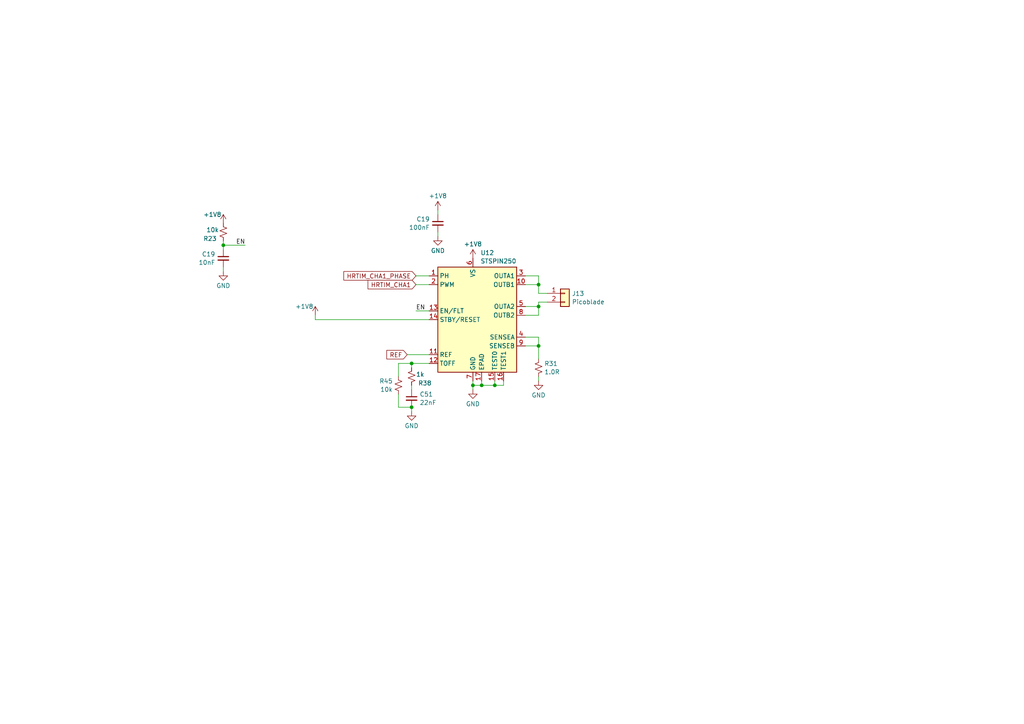
<source format=kicad_sch>
(kicad_sch (version 20230121) (generator eeschema)

  (uuid d3ae3c29-a710-4f7b-94c4-9f99cb159c5b)

  (paper "A4")

  (lib_symbols
    (symbol "Connector_Generic:Conn_01x02" (pin_names (offset 1.016) hide) (in_bom yes) (on_board yes)
      (property "Reference" "J" (at 0 2.54 0)
        (effects (font (size 1.27 1.27)))
      )
      (property "Value" "Conn_01x02" (at 0 -5.08 0)
        (effects (font (size 1.27 1.27)))
      )
      (property "Footprint" "" (at 0 0 0)
        (effects (font (size 1.27 1.27)) hide)
      )
      (property "Datasheet" "~" (at 0 0 0)
        (effects (font (size 1.27 1.27)) hide)
      )
      (property "ki_keywords" "connector" (at 0 0 0)
        (effects (font (size 1.27 1.27)) hide)
      )
      (property "ki_description" "Generic connector, single row, 01x02, script generated (kicad-library-utils/schlib/autogen/connector/)" (at 0 0 0)
        (effects (font (size 1.27 1.27)) hide)
      )
      (property "ki_fp_filters" "Connector*:*_1x??_*" (at 0 0 0)
        (effects (font (size 1.27 1.27)) hide)
      )
      (symbol "Conn_01x02_1_1"
        (rectangle (start -1.27 -2.413) (end 0 -2.667)
          (stroke (width 0.1524) (type default))
          (fill (type none))
        )
        (rectangle (start -1.27 0.127) (end 0 -0.127)
          (stroke (width 0.1524) (type default))
          (fill (type none))
        )
        (rectangle (start -1.27 1.27) (end 1.27 -3.81)
          (stroke (width 0.254) (type default))
          (fill (type background))
        )
        (pin passive line (at -5.08 0 0) (length 3.81)
          (name "Pin_1" (effects (font (size 1.27 1.27))))
          (number "1" (effects (font (size 1.27 1.27))))
        )
        (pin passive line (at -5.08 -2.54 0) (length 3.81)
          (name "Pin_2" (effects (font (size 1.27 1.27))))
          (number "2" (effects (font (size 1.27 1.27))))
        )
      )
    )
    (symbol "Device:C_Small" (pin_numbers hide) (pin_names (offset 0.254) hide) (in_bom yes) (on_board yes)
      (property "Reference" "C" (at 0.254 1.778 0)
        (effects (font (size 1.27 1.27)) (justify left))
      )
      (property "Value" "C_Small" (at 0.254 -2.032 0)
        (effects (font (size 1.27 1.27)) (justify left))
      )
      (property "Footprint" "" (at 0 0 0)
        (effects (font (size 1.27 1.27)) hide)
      )
      (property "Datasheet" "~" (at 0 0 0)
        (effects (font (size 1.27 1.27)) hide)
      )
      (property "ki_keywords" "capacitor cap" (at 0 0 0)
        (effects (font (size 1.27 1.27)) hide)
      )
      (property "ki_description" "Unpolarized capacitor, small symbol" (at 0 0 0)
        (effects (font (size 1.27 1.27)) hide)
      )
      (property "ki_fp_filters" "C_*" (at 0 0 0)
        (effects (font (size 1.27 1.27)) hide)
      )
      (symbol "C_Small_0_1"
        (polyline
          (pts
            (xy -1.524 -0.508)
            (xy 1.524 -0.508)
          )
          (stroke (width 0.3302) (type default))
          (fill (type none))
        )
        (polyline
          (pts
            (xy -1.524 0.508)
            (xy 1.524 0.508)
          )
          (stroke (width 0.3048) (type default))
          (fill (type none))
        )
      )
      (symbol "C_Small_1_1"
        (pin passive line (at 0 2.54 270) (length 2.032)
          (name "~" (effects (font (size 1.27 1.27))))
          (number "1" (effects (font (size 1.27 1.27))))
        )
        (pin passive line (at 0 -2.54 90) (length 2.032)
          (name "~" (effects (font (size 1.27 1.27))))
          (number "2" (effects (font (size 1.27 1.27))))
        )
      )
    )
    (symbol "Device:R_Small_US" (pin_numbers hide) (pin_names (offset 0.254) hide) (in_bom yes) (on_board yes)
      (property "Reference" "R" (at 0.762 0.508 0)
        (effects (font (size 1.27 1.27)) (justify left))
      )
      (property "Value" "R_Small_US" (at 0.762 -1.016 0)
        (effects (font (size 1.27 1.27)) (justify left))
      )
      (property "Footprint" "" (at 0 0 0)
        (effects (font (size 1.27 1.27)) hide)
      )
      (property "Datasheet" "~" (at 0 0 0)
        (effects (font (size 1.27 1.27)) hide)
      )
      (property "ki_keywords" "r resistor" (at 0 0 0)
        (effects (font (size 1.27 1.27)) hide)
      )
      (property "ki_description" "Resistor, small US symbol" (at 0 0 0)
        (effects (font (size 1.27 1.27)) hide)
      )
      (property "ki_fp_filters" "R_*" (at 0 0 0)
        (effects (font (size 1.27 1.27)) hide)
      )
      (symbol "R_Small_US_1_1"
        (polyline
          (pts
            (xy 0 0)
            (xy 1.016 -0.381)
            (xy 0 -0.762)
            (xy -1.016 -1.143)
            (xy 0 -1.524)
          )
          (stroke (width 0) (type default))
          (fill (type none))
        )
        (polyline
          (pts
            (xy 0 1.524)
            (xy 1.016 1.143)
            (xy 0 0.762)
            (xy -1.016 0.381)
            (xy 0 0)
          )
          (stroke (width 0) (type default))
          (fill (type none))
        )
        (pin passive line (at 0 2.54 270) (length 1.016)
          (name "~" (effects (font (size 1.27 1.27))))
          (number "1" (effects (font (size 1.27 1.27))))
        )
        (pin passive line (at 0 -2.54 90) (length 1.016)
          (name "~" (effects (font (size 1.27 1.27))))
          (number "2" (effects (font (size 1.27 1.27))))
        )
      )
    )
    (symbol "components_2:STSPIN250" (in_bom yes) (on_board yes)
      (property "Reference" "U" (at 6.35 21.59 0)
        (effects (font (size 1.27 1.27)))
      )
      (property "Value" "STSPIN250" (at 11.43 19.05 0)
        (effects (font (size 1.27 1.27)))
      )
      (property "Footprint" "" (at 0 24.13 0)
        (effects (font (size 1.27 1.27)) hide)
      )
      (property "Datasheet" "" (at 0 24.13 0)
        (effects (font (size 1.27 1.27)) hide)
      )
      (symbol "STSPIN250_0_1"
        (rectangle (start -10.16 15.24) (end 12.7 -15.24)
          (stroke (width 0.254) (type default))
          (fill (type background))
        )
      )
      (symbol "STSPIN250_1_1"
        (pin input line (at -12.7 12.7 0) (length 2.54)
          (name "PH" (effects (font (size 1.27 1.27))))
          (number "1" (effects (font (size 1.27 1.27))))
        )
        (pin power_out line (at 15.24 10.16 180) (length 2.54)
          (name "OUTB1" (effects (font (size 1.27 1.27))))
          (number "10" (effects (font (size 1.27 1.27))))
        )
        (pin input line (at -12.7 -10.16 0) (length 2.54)
          (name "REF" (effects (font (size 1.27 1.27))))
          (number "11" (effects (font (size 1.27 1.27))))
        )
        (pin input line (at -12.7 -12.7 0) (length 2.54)
          (name "TOFF" (effects (font (size 1.27 1.27))))
          (number "12" (effects (font (size 1.27 1.27))))
        )
        (pin bidirectional line (at -12.7 2.54 0) (length 2.54)
          (name "EN/FLT" (effects (font (size 1.27 1.27))))
          (number "13" (effects (font (size 1.27 1.27))))
        )
        (pin input line (at -12.7 0 0) (length 2.54)
          (name "STBY/RESET" (effects (font (size 1.27 1.27))))
          (number "14" (effects (font (size 1.27 1.27))))
        )
        (pin input line (at 6.35 -17.78 90) (length 2.54)
          (name "TEST0" (effects (font (size 1.27 1.27))))
          (number "15" (effects (font (size 1.27 1.27))))
        )
        (pin input line (at 8.89 -17.78 90) (length 2.54)
          (name "TEST1" (effects (font (size 1.27 1.27))))
          (number "16" (effects (font (size 1.27 1.27))))
        )
        (pin power_in line (at 2.54 -17.78 90) (length 2.54)
          (name "EPAD" (effects (font (size 1.27 1.27))))
          (number "17" (effects (font (size 1.27 1.27))))
        )
        (pin input line (at -12.7 10.16 0) (length 2.54)
          (name "PWM" (effects (font (size 1.27 1.27))))
          (number "2" (effects (font (size 1.27 1.27))))
        )
        (pin power_out line (at 15.24 12.7 180) (length 2.54)
          (name "OUTA1" (effects (font (size 1.27 1.27))))
          (number "3" (effects (font (size 1.27 1.27))))
        )
        (pin power_out line (at 15.24 -5.08 180) (length 2.54)
          (name "SENSEA" (effects (font (size 1.27 1.27))))
          (number "4" (effects (font (size 1.27 1.27))))
        )
        (pin power_out line (at 15.24 3.81 180) (length 2.54)
          (name "OUTA2" (effects (font (size 1.27 1.27))))
          (number "5" (effects (font (size 1.27 1.27))))
        )
        (pin power_in line (at 0 17.78 270) (length 2.54)
          (name "VS" (effects (font (size 1.27 1.27))))
          (number "6" (effects (font (size 1.27 1.27))))
        )
        (pin power_in line (at 0 -17.78 90) (length 2.54)
          (name "GND" (effects (font (size 1.27 1.27))))
          (number "7" (effects (font (size 1.27 1.27))))
        )
        (pin power_out line (at 15.24 1.27 180) (length 2.54)
          (name "OUTB2" (effects (font (size 1.27 1.27))))
          (number "8" (effects (font (size 1.27 1.27))))
        )
        (pin power_out line (at 15.24 -7.62 180) (length 2.54)
          (name "SENSEB" (effects (font (size 1.27 1.27))))
          (number "9" (effects (font (size 1.27 1.27))))
        )
      )
    )
    (symbol "power:+1V8" (power) (pin_names (offset 0)) (in_bom yes) (on_board yes)
      (property "Reference" "#PWR" (at 0 -3.81 0)
        (effects (font (size 1.27 1.27)) hide)
      )
      (property "Value" "+1V8" (at 0 3.556 0)
        (effects (font (size 1.27 1.27)))
      )
      (property "Footprint" "" (at 0 0 0)
        (effects (font (size 1.27 1.27)) hide)
      )
      (property "Datasheet" "" (at 0 0 0)
        (effects (font (size 1.27 1.27)) hide)
      )
      (property "ki_keywords" "global power" (at 0 0 0)
        (effects (font (size 1.27 1.27)) hide)
      )
      (property "ki_description" "Power symbol creates a global label with name \"+1V8\"" (at 0 0 0)
        (effects (font (size 1.27 1.27)) hide)
      )
      (symbol "+1V8_0_1"
        (polyline
          (pts
            (xy -0.762 1.27)
            (xy 0 2.54)
          )
          (stroke (width 0) (type default))
          (fill (type none))
        )
        (polyline
          (pts
            (xy 0 0)
            (xy 0 2.54)
          )
          (stroke (width 0) (type default))
          (fill (type none))
        )
        (polyline
          (pts
            (xy 0 2.54)
            (xy 0.762 1.27)
          )
          (stroke (width 0) (type default))
          (fill (type none))
        )
      )
      (symbol "+1V8_1_1"
        (pin power_in line (at 0 0 90) (length 0) hide
          (name "+1V8" (effects (font (size 1.27 1.27))))
          (number "1" (effects (font (size 1.27 1.27))))
        )
      )
    )
    (symbol "power:GND" (power) (pin_names (offset 0)) (in_bom yes) (on_board yes)
      (property "Reference" "#PWR" (at 0 -6.35 0)
        (effects (font (size 1.27 1.27)) hide)
      )
      (property "Value" "GND" (at 0 -3.81 0)
        (effects (font (size 1.27 1.27)))
      )
      (property "Footprint" "" (at 0 0 0)
        (effects (font (size 1.27 1.27)) hide)
      )
      (property "Datasheet" "" (at 0 0 0)
        (effects (font (size 1.27 1.27)) hide)
      )
      (property "ki_keywords" "global power" (at 0 0 0)
        (effects (font (size 1.27 1.27)) hide)
      )
      (property "ki_description" "Power symbol creates a global label with name \"GND\" , ground" (at 0 0 0)
        (effects (font (size 1.27 1.27)) hide)
      )
      (symbol "GND_0_1"
        (polyline
          (pts
            (xy 0 0)
            (xy 0 -1.27)
            (xy 1.27 -1.27)
            (xy 0 -2.54)
            (xy -1.27 -1.27)
            (xy 0 -1.27)
          )
          (stroke (width 0) (type default))
          (fill (type none))
        )
      )
      (symbol "GND_1_1"
        (pin power_in line (at 0 0 270) (length 0) hide
          (name "GND" (effects (font (size 1.27 1.27))))
          (number "1" (effects (font (size 1.27 1.27))))
        )
      )
    )
  )

  (junction (at 156.21 88.9) (diameter 0) (color 0 0 0 0)
    (uuid 434cb4db-e008-497a-ac75-29356549856d)
  )
  (junction (at 156.21 82.55) (diameter 0) (color 0 0 0 0)
    (uuid 73c65292-b353-4b6d-8478-edeff7afb8c7)
  )
  (junction (at 119.38 118.11) (diameter 0) (color 0 0 0 0)
    (uuid 94b6b8c9-8047-4795-9a9c-fb7cd95c839f)
  )
  (junction (at 156.21 100.33) (diameter 0) (color 0 0 0 0)
    (uuid a7a6fb4e-42d6-42a7-bbf0-d6c88e0348fa)
  )
  (junction (at 143.51 111.76) (diameter 0) (color 0 0 0 0)
    (uuid b3b1cf1f-3840-4d7e-9047-79997c3d87d6)
  )
  (junction (at 137.16 111.76) (diameter 0) (color 0 0 0 0)
    (uuid cbccabf5-514d-4f33-a5e2-8afd2e5196d0)
  )
  (junction (at 119.38 105.41) (diameter 0) (color 0 0 0 0)
    (uuid e8e8b19e-38ee-46f6-abe7-2eb9415a0c45)
  )
  (junction (at 139.7 111.76) (diameter 0) (color 0 0 0 0)
    (uuid ef668624-f822-4384-8bde-da48dda47b2b)
  )
  (junction (at 64.77 71.12) (diameter 0) (color 0 0 0 0)
    (uuid f596477a-ef67-442c-9f98-21101ff7db9a)
  )

  (wire (pts (xy 158.75 87.63) (xy 156.21 87.63))
    (stroke (width 0) (type default))
    (uuid 03cd1acd-860c-41b6-a0cf-6e5051d36e0a)
  )
  (wire (pts (xy 119.38 119.38) (xy 119.38 118.11))
    (stroke (width 0) (type default))
    (uuid 0b449ecc-9c82-4820-8698-d2d4d1a6b484)
  )
  (wire (pts (xy 152.4 91.44) (xy 156.21 91.44))
    (stroke (width 0) (type default))
    (uuid 0eadbab4-a729-4a40-b7f8-df60fec4a64f)
  )
  (wire (pts (xy 91.44 92.71) (xy 124.46 92.71))
    (stroke (width 0) (type default))
    (uuid 0f466d35-9b0b-4ceb-b8cd-ea19adb3e898)
  )
  (wire (pts (xy 143.51 111.76) (xy 143.51 110.49))
    (stroke (width 0) (type default))
    (uuid 19da91f9-6a5f-48be-9fcf-aa2467619f8e)
  )
  (wire (pts (xy 156.21 100.33) (xy 156.21 104.14))
    (stroke (width 0) (type default))
    (uuid 1b9f4e11-f494-4182-b389-bc772a267783)
  )
  (wire (pts (xy 115.57 105.41) (xy 119.38 105.41))
    (stroke (width 0) (type default))
    (uuid 20724527-7776-4670-b0cc-9f7d650e952e)
  )
  (wire (pts (xy 156.21 97.79) (xy 156.21 100.33))
    (stroke (width 0) (type default))
    (uuid 23522f3e-82c7-4660-bf36-698bed9ff747)
  )
  (wire (pts (xy 115.57 105.41) (xy 115.57 109.22))
    (stroke (width 0) (type default))
    (uuid 266f7f8c-85f0-4bfc-ac14-3e43d1278dbb)
  )
  (wire (pts (xy 118.11 102.87) (xy 124.46 102.87))
    (stroke (width 0) (type default))
    (uuid 281cc014-5e66-4632-bf75-9540f4ceba37)
  )
  (wire (pts (xy 139.7 111.76) (xy 143.51 111.76))
    (stroke (width 0) (type default))
    (uuid 2c7a6d3a-27d4-47e9-a4c8-a2f54c3346dd)
  )
  (wire (pts (xy 91.44 91.44) (xy 91.44 92.71))
    (stroke (width 0) (type default))
    (uuid 2e373b68-696b-43be-8c67-9f63ce48e298)
  )
  (wire (pts (xy 119.38 111.76) (xy 119.38 113.03))
    (stroke (width 0) (type default))
    (uuid 2e7aa4f7-2f59-45c0-9c9e-df1fa5d386ac)
  )
  (wire (pts (xy 120.65 80.01) (xy 124.46 80.01))
    (stroke (width 0) (type default))
    (uuid 320137ad-89ac-4095-a9f2-e83a884b0f5f)
  )
  (wire (pts (xy 156.21 88.9) (xy 156.21 91.44))
    (stroke (width 0) (type default))
    (uuid 445ea813-6607-4352-8695-0473fe659a8a)
  )
  (wire (pts (xy 137.16 111.76) (xy 137.16 113.03))
    (stroke (width 0) (type default))
    (uuid 45a19862-9131-4617-be6d-7f257a3c5054)
  )
  (wire (pts (xy 139.7 111.76) (xy 139.7 110.49))
    (stroke (width 0) (type default))
    (uuid 487c0dd1-8201-4f33-b8f2-393144b038f8)
  )
  (wire (pts (xy 64.77 77.47) (xy 64.77 78.74))
    (stroke (width 0) (type default))
    (uuid 4be2d89c-dc7c-4582-abec-0640acde5d45)
  )
  (wire (pts (xy 146.05 111.76) (xy 146.05 110.49))
    (stroke (width 0) (type default))
    (uuid 4ce01599-ccbc-4594-b42d-d099858787a8)
  )
  (wire (pts (xy 137.16 110.49) (xy 137.16 111.76))
    (stroke (width 0) (type default))
    (uuid 603a7429-cd78-4607-ab5d-caf3dfa7385e)
  )
  (wire (pts (xy 156.21 85.09) (xy 158.75 85.09))
    (stroke (width 0) (type default))
    (uuid 6d3e1bae-fd32-4e05-b28b-78396ec183c2)
  )
  (wire (pts (xy 127 67.31) (xy 127 68.58))
    (stroke (width 0) (type default))
    (uuid 78851fe2-9688-4dbc-9a81-e27ce981c1f3)
  )
  (wire (pts (xy 156.21 82.55) (xy 156.21 85.09))
    (stroke (width 0) (type default))
    (uuid 815d45b0-8540-4fa8-8a69-4ab3476e3638)
  )
  (wire (pts (xy 64.77 71.12) (xy 64.77 72.39))
    (stroke (width 0) (type default))
    (uuid 82fd728b-da44-41a6-9e64-3c0f9156e62e)
  )
  (wire (pts (xy 152.4 82.55) (xy 156.21 82.55))
    (stroke (width 0) (type default))
    (uuid 911ea3c5-c522-48e4-b8b7-ffe02eb55a93)
  )
  (wire (pts (xy 143.51 111.76) (xy 146.05 111.76))
    (stroke (width 0) (type default))
    (uuid 91d6b792-46f7-47f9-91e4-44f1397bc96d)
  )
  (wire (pts (xy 152.4 97.79) (xy 156.21 97.79))
    (stroke (width 0) (type default))
    (uuid a13d80eb-dd9f-4a70-b224-482e1c96e3df)
  )
  (wire (pts (xy 156.21 88.9) (xy 152.4 88.9))
    (stroke (width 0) (type default))
    (uuid a660deba-e634-41a5-9be9-1acdd54ca362)
  )
  (wire (pts (xy 152.4 100.33) (xy 156.21 100.33))
    (stroke (width 0) (type default))
    (uuid b7184f51-76fc-4818-af53-3af825e81bd1)
  )
  (wire (pts (xy 64.77 71.12) (xy 71.12 71.12))
    (stroke (width 0) (type default))
    (uuid b9270e95-0348-4e33-9987-931c99fbbab5)
  )
  (wire (pts (xy 64.77 69.85) (xy 64.77 71.12))
    (stroke (width 0) (type default))
    (uuid bf01d0ab-3092-4b5f-915d-923ee7e0de02)
  )
  (wire (pts (xy 120.65 82.55) (xy 124.46 82.55))
    (stroke (width 0) (type default))
    (uuid bf7dc8b6-5507-4463-9e8d-1c552175f3f0)
  )
  (wire (pts (xy 115.57 118.11) (xy 119.38 118.11))
    (stroke (width 0) (type default))
    (uuid c318da2f-fddf-4636-993e-5bc7cca1beac)
  )
  (wire (pts (xy 156.21 80.01) (xy 156.21 82.55))
    (stroke (width 0) (type default))
    (uuid df2ba190-63ee-43e9-80ec-603bc7b1877f)
  )
  (wire (pts (xy 137.16 111.76) (xy 139.7 111.76))
    (stroke (width 0) (type default))
    (uuid e3059f48-6eba-4772-a1e5-7160201bb03c)
  )
  (wire (pts (xy 120.65 90.17) (xy 124.46 90.17))
    (stroke (width 0) (type default))
    (uuid e9a31b84-fa76-47dc-b181-4530f0359c14)
  )
  (wire (pts (xy 156.21 109.22) (xy 156.21 110.49))
    (stroke (width 0) (type default))
    (uuid eb020714-22ff-400a-b95c-78631cd48784)
  )
  (wire (pts (xy 119.38 105.41) (xy 119.38 106.68))
    (stroke (width 0) (type default))
    (uuid f1eb8655-58c5-4a22-8f79-c4cc1f1bf9d1)
  )
  (wire (pts (xy 127 60.96) (xy 127 62.23))
    (stroke (width 0) (type default))
    (uuid f720122c-4380-418b-9614-9675d2e484e4)
  )
  (wire (pts (xy 115.57 114.3) (xy 115.57 118.11))
    (stroke (width 0) (type default))
    (uuid f7316a7e-2476-4819-8fb7-96fb7a77e1e5)
  )
  (wire (pts (xy 119.38 105.41) (xy 124.46 105.41))
    (stroke (width 0) (type default))
    (uuid f7a28afd-0294-4a52-a35d-87b0cb052b0f)
  )
  (wire (pts (xy 156.21 87.63) (xy 156.21 88.9))
    (stroke (width 0) (type default))
    (uuid fd07932c-b6c9-4dc1-bdde-48111e3bddea)
  )
  (wire (pts (xy 152.4 80.01) (xy 156.21 80.01))
    (stroke (width 0) (type default))
    (uuid fd3999ed-52e0-460b-b2ea-b4287d468792)
  )

  (label "EN" (at 71.12 71.12 180) (fields_autoplaced)
    (effects (font (size 1.27 1.27)) (justify right bottom))
    (uuid 9a7e7147-55fe-4bae-810d-b36de5a29ef7)
  )
  (label "EN" (at 120.65 90.17 0) (fields_autoplaced)
    (effects (font (size 1.27 1.27)) (justify left bottom))
    (uuid cc3ae181-a2dc-4730-89a8-d239b9afe088)
  )

  (global_label "HRTIM_CHA1_PHASE" (shape input) (at 120.65 80.01 180) (fields_autoplaced)
    (effects (font (size 1.27 1.27)) (justify right))
    (uuid 55849e48-339d-49b3-80b3-6b8886a3194e)
    (property "Intersheetrefs" "${INTERSHEET_REFS}" (at 99.1591 80.01 0)
      (effects (font (size 1.27 1.27)) (justify right) hide)
    )
  )
  (global_label "HRTIM_CHA1" (shape input) (at 120.65 82.55 180) (fields_autoplaced)
    (effects (font (size 1.27 1.27)) (justify right))
    (uuid c86f165a-8cb7-4bd1-aaee-d24e160023b2)
    (property "Intersheetrefs" "${INTERSHEET_REFS}" (at 106.1743 82.55 0)
      (effects (font (size 1.27 1.27)) (justify right) hide)
    )
  )
  (global_label "REF" (shape input) (at 118.11 102.87 180) (fields_autoplaced)
    (effects (font (size 1.27 1.27)) (justify right))
    (uuid ea8bb400-411d-435e-a71e-49211774ad45)
    (property "Intersheetrefs" "${INTERSHEET_REFS}" (at 111.6172 102.87 0)
      (effects (font (size 1.27 1.27)) (justify right) hide)
    )
  )

  (symbol (lib_id "components_2:STSPIN250") (at 137.16 92.71 0) (unit 1)
    (in_bom yes) (on_board yes) (dnp no) (fields_autoplaced)
    (uuid 19eeca92-6ca8-4a31-b672-8fde65669788)
    (property "Reference" "U12" (at 139.3541 73.3257 0)
      (effects (font (size 1.27 1.27)) (justify left))
    )
    (property "Value" "STSPIN250" (at 139.3541 75.7499 0)
      (effects (font (size 1.27 1.27)) (justify left))
    )
    (property "Footprint" "Ultra_librarian:VFQFPN16_STSPIN_STM" (at 137.16 68.58 0)
      (effects (font (size 1.27 1.27)) hide)
    )
    (property "Datasheet" "" (at 137.16 68.58 0)
      (effects (font (size 1.27 1.27)) hide)
    )
    (property "LCSC" "C155561" (at 137.16 92.71 0)
      (effects (font (size 1.27 1.27)) hide)
    )
    (pin "1" (uuid e46c6c14-ad89-41e7-8adc-19629b9363a5))
    (pin "10" (uuid 97811da0-6c20-4a56-8acc-ede948d652a4))
    (pin "11" (uuid 6cd8da83-5e41-42b5-9795-1502d753ce59))
    (pin "12" (uuid 5072d2bc-849c-45b0-86a6-f246efd8c396))
    (pin "13" (uuid 4e2c5edb-598c-4673-981e-bcf1a29386c7))
    (pin "14" (uuid ed236e16-818c-40c0-8947-e853eeccb1af))
    (pin "15" (uuid 027bc0af-25d8-4ee4-b50a-e4daa7fb83c4))
    (pin "16" (uuid 1f78152d-2d05-4851-8d13-4c6d33a2c056))
    (pin "17" (uuid 2a41c778-4014-4d8b-a467-265f45364098))
    (pin "2" (uuid d0ed151e-5bd0-4e9e-9f18-83566a9c2c95))
    (pin "3" (uuid e5cded07-f179-4277-acae-df617063fae1))
    (pin "4" (uuid 7dcbdaa4-9ce3-441b-bc2b-1453d2e23489))
    (pin "5" (uuid 73c7dc44-4717-45ba-9c72-8d83ddba3050))
    (pin "6" (uuid b625d927-c8b1-4d35-b443-f77956de00b2))
    (pin "7" (uuid fac90f5f-7773-4d00-a29d-cf122037bab4))
    (pin "8" (uuid a5d3c886-c924-40c6-89f2-10d7a9adb180))
    (pin "9" (uuid 917c6d82-403f-49be-8bb7-e6186ace1d0d))
    (instances
      (project "KASM_PCB_REV1"
        (path "/bcd76057-59fd-41c5-bb52-9bafb2ef74e0/04e958db-aa3d-41e7-905b-1283accbf3a5"
          (reference "U12") (unit 1)
        )
        (path "/bcd76057-59fd-41c5-bb52-9bafb2ef74e0/04e958db-aa3d-41e7-905b-1283accbf3a5/18dc00ae-3159-4780-b672-12977f79e5ac"
          (reference "U5") (unit 1)
        )
        (path "/bcd76057-59fd-41c5-bb52-9bafb2ef74e0/04e958db-aa3d-41e7-905b-1283accbf3a5/0e4a8bf2-0dd0-4daf-93f5-21aaab6e9079"
          (reference "U12") (unit 1)
        )
        (path "/bcd76057-59fd-41c5-bb52-9bafb2ef74e0/04e958db-aa3d-41e7-905b-1283accbf3a5/fa3e3175-0ec2-4c23-918b-18b69f6d22c9"
          (reference "U7") (unit 1)
        )
        (path "/bcd76057-59fd-41c5-bb52-9bafb2ef74e0/04e958db-aa3d-41e7-905b-1283accbf3a5/5eb57887-e81e-4477-9dd7-7aacc0de0d0b"
          (reference "U34") (unit 1)
        )
        (path "/bcd76057-59fd-41c5-bb52-9bafb2ef74e0/04e958db-aa3d-41e7-905b-1283accbf3a5/e0928f68-e618-4bed-a90d-d4217e4537fe"
          (reference "U35") (unit 1)
        )
        (path "/bcd76057-59fd-41c5-bb52-9bafb2ef74e0/04e958db-aa3d-41e7-905b-1283accbf3a5/035548b8-a31f-4ce4-88ad-eb25e49c8086"
          (reference "U36") (unit 1)
        )
        (path "/bcd76057-59fd-41c5-bb52-9bafb2ef74e0/04e958db-aa3d-41e7-905b-1283accbf3a5/ea7abcee-3bcc-4e0d-ba1f-bfc5afeaff56"
          (reference "U37") (unit 1)
        )
        (path "/bcd76057-59fd-41c5-bb52-9bafb2ef74e0/04e958db-aa3d-41e7-905b-1283accbf3a5/d43b2610-0e88-49f5-accf-91021c3a3747"
          (reference "U38") (unit 1)
        )
        (path "/bcd76057-59fd-41c5-bb52-9bafb2ef74e0/04e958db-aa3d-41e7-905b-1283accbf3a5/183aa310-3222-4137-baac-257f5699b820"
          (reference "U39") (unit 1)
        )
        (path "/bcd76057-59fd-41c5-bb52-9bafb2ef74e0/04e958db-aa3d-41e7-905b-1283accbf3a5/517c7ed0-094c-4bf8-893e-b74da427973a"
          (reference "U40") (unit 1)
        )
        (path "/bcd76057-59fd-41c5-bb52-9bafb2ef74e0/04e958db-aa3d-41e7-905b-1283accbf3a5/31bee4a8-b94d-44ab-a7b7-0e5ab7943934"
          (reference "U41") (unit 1)
        )
        (path "/bcd76057-59fd-41c5-bb52-9bafb2ef74e0/04e958db-aa3d-41e7-905b-1283accbf3a5/3c7f0f67-84e4-46e0-ae69-a3c8008fc518"
          (reference "U42") (unit 1)
        )
        (path "/bcd76057-59fd-41c5-bb52-9bafb2ef74e0/04e958db-aa3d-41e7-905b-1283accbf3a5/09624144-9abc-4214-b8b3-19be92fa01bb"
          (reference "U43") (unit 1)
        )
        (path "/bcd76057-59fd-41c5-bb52-9bafb2ef74e0/04e958db-aa3d-41e7-905b-1283accbf3a5/debcf873-ffd9-4218-a838-354e10f40114"
          (reference "U44") (unit 1)
        )
        (path "/bcd76057-59fd-41c5-bb52-9bafb2ef74e0/04e958db-aa3d-41e7-905b-1283accbf3a5/f3d20732-cdac-44e3-a331-3cd31b97ff57"
          (reference "U45") (unit 1)
        )
        (path "/bcd76057-59fd-41c5-bb52-9bafb2ef74e0/04e958db-aa3d-41e7-905b-1283accbf3a5/d282b751-7721-4014-b2b7-469980c2fd3d"
          (reference "U46") (unit 1)
        )
        (path "/bcd76057-59fd-41c5-bb52-9bafb2ef74e0/04e958db-aa3d-41e7-905b-1283accbf3a5/2f342150-1aa1-4808-811e-c8652a7360ed"
          (reference "U47") (unit 1)
        )
        (path "/bcd76057-59fd-41c5-bb52-9bafb2ef74e0/04e958db-aa3d-41e7-905b-1283accbf3a5/880b3b36-85e8-4c3c-aa09-491ac2842d9f"
          (reference "U48") (unit 1)
        )
        (path "/bcd76057-59fd-41c5-bb52-9bafb2ef74e0/04e958db-aa3d-41e7-905b-1283accbf3a5/a00a6dc6-5da7-4e1f-b4ec-6af8efc204f4"
          (reference "U49") (unit 1)
        )
        (path "/bcd76057-59fd-41c5-bb52-9bafb2ef74e0/04e958db-aa3d-41e7-905b-1283accbf3a5/fb97f32a-344e-42d0-80a3-2f30f649c95b"
          (reference "U50") (unit 1)
        )
        (path "/bcd76057-59fd-41c5-bb52-9bafb2ef74e0/04e958db-aa3d-41e7-905b-1283accbf3a5/758d2951-640e-4c88-be12-1a100eb086a5"
          (reference "U51") (unit 1)
        )
        (path "/bcd76057-59fd-41c5-bb52-9bafb2ef74e0/04e958db-aa3d-41e7-905b-1283accbf3a5/1e6d7f69-4122-453e-9254-d2339f5150d7"
          (reference "U52") (unit 1)
        )
        (path "/bcd76057-59fd-41c5-bb52-9bafb2ef74e0/04e958db-aa3d-41e7-905b-1283accbf3a5/cc8e9e82-b38f-4c96-81d0-3ca8ac77f771"
          (reference "U53") (unit 1)
        )
        (path "/bcd76057-59fd-41c5-bb52-9bafb2ef74e0/04e958db-aa3d-41e7-905b-1283accbf3a5/b1894ed9-6a63-4439-a2e8-1827c3e49ee7"
          (reference "U54") (unit 1)
        )
        (path "/bcd76057-59fd-41c5-bb52-9bafb2ef74e0/04e958db-aa3d-41e7-905b-1283accbf3a5/a49d49c7-da1f-4137-a620-bdc9f58595d1"
          (reference "U55") (unit 1)
        )
        (path "/bcd76057-59fd-41c5-bb52-9bafb2ef74e0/04e958db-aa3d-41e7-905b-1283accbf3a5/80cd4e08-0efe-488f-8e92-54beb1b4d1f2"
          (reference "U56") (unit 1)
        )
        (path "/bcd76057-59fd-41c5-bb52-9bafb2ef74e0/04e958db-aa3d-41e7-905b-1283accbf3a5/317da025-5f62-4c93-8d06-7954e608af1c"
          (reference "U57") (unit 1)
        )
      )
    )
  )

  (symbol (lib_id "power:GND") (at 119.38 119.38 0) (unit 1)
    (in_bom yes) (on_board yes) (dnp no)
    (uuid 1b560aea-f1d1-4242-9055-9226e0b1f112)
    (property "Reference" "#PWR0113" (at 119.38 125.73 0)
      (effects (font (size 1.27 1.27)) hide)
    )
    (property "Value" "GND" (at 119.38 123.5131 0)
      (effects (font (size 1.27 1.27)))
    )
    (property "Footprint" "" (at 119.38 119.38 0)
      (effects (font (size 1.27 1.27)) hide)
    )
    (property "Datasheet" "" (at 119.38 119.38 0)
      (effects (font (size 1.27 1.27)) hide)
    )
    (pin "1" (uuid 4637a27a-c5c6-4311-b6dc-3fecae4bd51a))
    (instances
      (project "KASM_PCB_REV1"
        (path "/bcd76057-59fd-41c5-bb52-9bafb2ef74e0/04e958db-aa3d-41e7-905b-1283accbf3a5"
          (reference "#PWR0113") (unit 1)
        )
        (path "/bcd76057-59fd-41c5-bb52-9bafb2ef74e0/04e958db-aa3d-41e7-905b-1283accbf3a5/18dc00ae-3159-4780-b672-12977f79e5ac"
          (reference "#PWR0106") (unit 1)
        )
        (path "/bcd76057-59fd-41c5-bb52-9bafb2ef74e0/04e958db-aa3d-41e7-905b-1283accbf3a5/0e4a8bf2-0dd0-4daf-93f5-21aaab6e9079"
          (reference "#PWR0262") (unit 1)
        )
        (path "/bcd76057-59fd-41c5-bb52-9bafb2ef74e0/04e958db-aa3d-41e7-905b-1283accbf3a5/fa3e3175-0ec2-4c23-918b-18b69f6d22c9"
          (reference "#PWR0108") (unit 1)
        )
        (path "/bcd76057-59fd-41c5-bb52-9bafb2ef74e0/04e958db-aa3d-41e7-905b-1283accbf3a5/5eb57887-e81e-4477-9dd7-7aacc0de0d0b"
          (reference "#PWR0269") (unit 1)
        )
        (path "/bcd76057-59fd-41c5-bb52-9bafb2ef74e0/04e958db-aa3d-41e7-905b-1283accbf3a5/e0928f68-e618-4bed-a90d-d4217e4537fe"
          (reference "#PWR0276") (unit 1)
        )
        (path "/bcd76057-59fd-41c5-bb52-9bafb2ef74e0/04e958db-aa3d-41e7-905b-1283accbf3a5/035548b8-a31f-4ce4-88ad-eb25e49c8086"
          (reference "#PWR0283") (unit 1)
        )
        (path "/bcd76057-59fd-41c5-bb52-9bafb2ef74e0/04e958db-aa3d-41e7-905b-1283accbf3a5/ea7abcee-3bcc-4e0d-ba1f-bfc5afeaff56"
          (reference "#PWR0290") (unit 1)
        )
        (path "/bcd76057-59fd-41c5-bb52-9bafb2ef74e0/04e958db-aa3d-41e7-905b-1283accbf3a5/d43b2610-0e88-49f5-accf-91021c3a3747"
          (reference "#PWR0297") (unit 1)
        )
        (path "/bcd76057-59fd-41c5-bb52-9bafb2ef74e0/04e958db-aa3d-41e7-905b-1283accbf3a5/183aa310-3222-4137-baac-257f5699b820"
          (reference "#PWR0304") (unit 1)
        )
        (path "/bcd76057-59fd-41c5-bb52-9bafb2ef74e0/04e958db-aa3d-41e7-905b-1283accbf3a5/517c7ed0-094c-4bf8-893e-b74da427973a"
          (reference "#PWR0311") (unit 1)
        )
        (path "/bcd76057-59fd-41c5-bb52-9bafb2ef74e0/04e958db-aa3d-41e7-905b-1283accbf3a5/31bee4a8-b94d-44ab-a7b7-0e5ab7943934"
          (reference "#PWR0318") (unit 1)
        )
        (path "/bcd76057-59fd-41c5-bb52-9bafb2ef74e0/04e958db-aa3d-41e7-905b-1283accbf3a5/3c7f0f67-84e4-46e0-ae69-a3c8008fc518"
          (reference "#PWR0325") (unit 1)
        )
        (path "/bcd76057-59fd-41c5-bb52-9bafb2ef74e0/04e958db-aa3d-41e7-905b-1283accbf3a5/09624144-9abc-4214-b8b3-19be92fa01bb"
          (reference "#PWR0332") (unit 1)
        )
        (path "/bcd76057-59fd-41c5-bb52-9bafb2ef74e0/04e958db-aa3d-41e7-905b-1283accbf3a5/debcf873-ffd9-4218-a838-354e10f40114"
          (reference "#PWR0339") (unit 1)
        )
        (path "/bcd76057-59fd-41c5-bb52-9bafb2ef74e0/04e958db-aa3d-41e7-905b-1283accbf3a5/f3d20732-cdac-44e3-a331-3cd31b97ff57"
          (reference "#PWR0346") (unit 1)
        )
        (path "/bcd76057-59fd-41c5-bb52-9bafb2ef74e0/04e958db-aa3d-41e7-905b-1283accbf3a5/d282b751-7721-4014-b2b7-469980c2fd3d"
          (reference "#PWR0353") (unit 1)
        )
        (path "/bcd76057-59fd-41c5-bb52-9bafb2ef74e0/04e958db-aa3d-41e7-905b-1283accbf3a5/2f342150-1aa1-4808-811e-c8652a7360ed"
          (reference "#PWR0360") (unit 1)
        )
        (path "/bcd76057-59fd-41c5-bb52-9bafb2ef74e0/04e958db-aa3d-41e7-905b-1283accbf3a5/880b3b36-85e8-4c3c-aa09-491ac2842d9f"
          (reference "#PWR0367") (unit 1)
        )
        (path "/bcd76057-59fd-41c5-bb52-9bafb2ef74e0/04e958db-aa3d-41e7-905b-1283accbf3a5/a00a6dc6-5da7-4e1f-b4ec-6af8efc204f4"
          (reference "#PWR0374") (unit 1)
        )
        (path "/bcd76057-59fd-41c5-bb52-9bafb2ef74e0/04e958db-aa3d-41e7-905b-1283accbf3a5/fb97f32a-344e-42d0-80a3-2f30f649c95b"
          (reference "#PWR0381") (unit 1)
        )
        (path "/bcd76057-59fd-41c5-bb52-9bafb2ef74e0/04e958db-aa3d-41e7-905b-1283accbf3a5/758d2951-640e-4c88-be12-1a100eb086a5"
          (reference "#PWR0388") (unit 1)
        )
        (path "/bcd76057-59fd-41c5-bb52-9bafb2ef74e0/04e958db-aa3d-41e7-905b-1283accbf3a5/1e6d7f69-4122-453e-9254-d2339f5150d7"
          (reference "#PWR0395") (unit 1)
        )
        (path "/bcd76057-59fd-41c5-bb52-9bafb2ef74e0/04e958db-aa3d-41e7-905b-1283accbf3a5/cc8e9e82-b38f-4c96-81d0-3ca8ac77f771"
          (reference "#PWR0402") (unit 1)
        )
        (path "/bcd76057-59fd-41c5-bb52-9bafb2ef74e0/04e958db-aa3d-41e7-905b-1283accbf3a5/b1894ed9-6a63-4439-a2e8-1827c3e49ee7"
          (reference "#PWR0409") (unit 1)
        )
        (path "/bcd76057-59fd-41c5-bb52-9bafb2ef74e0/04e958db-aa3d-41e7-905b-1283accbf3a5/a49d49c7-da1f-4137-a620-bdc9f58595d1"
          (reference "#PWR0416") (unit 1)
        )
        (path "/bcd76057-59fd-41c5-bb52-9bafb2ef74e0/04e958db-aa3d-41e7-905b-1283accbf3a5/80cd4e08-0efe-488f-8e92-54beb1b4d1f2"
          (reference "#PWR0423") (unit 1)
        )
        (path "/bcd76057-59fd-41c5-bb52-9bafb2ef74e0/04e958db-aa3d-41e7-905b-1283accbf3a5/317da025-5f62-4c93-8d06-7954e608af1c"
          (reference "#PWR0430") (unit 1)
        )
      )
    )
  )

  (symbol (lib_id "Device:R_Small_US") (at 115.57 111.76 0) (unit 1)
    (in_bom yes) (on_board yes) (dnp no)
    (uuid 1c0f638b-f20f-4b2e-b1b4-83a656ba64a2)
    (property "Reference" "R45" (at 113.919 110.5479 0)
      (effects (font (size 1.27 1.27)) (justify right))
    )
    (property "Value" "10k" (at 113.919 112.9721 0)
      (effects (font (size 1.27 1.27)) (justify right))
    )
    (property "Footprint" "Resistor_SMD:R_0402_1005Metric" (at 115.57 111.76 0)
      (effects (font (size 1.27 1.27)) hide)
    )
    (property "Datasheet" "~" (at 115.57 111.76 0)
      (effects (font (size 1.27 1.27)) hide)
    )
    (property "LCSC" "C25744" (at 115.57 111.76 0)
      (effects (font (size 1.27 1.27)) hide)
    )
    (pin "1" (uuid 32b177db-daf9-4a6b-9c8f-4c4a6aa2c23e))
    (pin "2" (uuid 07fe93d4-1469-4ba6-a4b1-0eeff5425a0e))
    (instances
      (project "KASM_PCB_REV1"
        (path "/bcd76057-59fd-41c5-bb52-9bafb2ef74e0/04e958db-aa3d-41e7-905b-1283accbf3a5"
          (reference "R45") (unit 1)
        )
        (path "/bcd76057-59fd-41c5-bb52-9bafb2ef74e0/04e958db-aa3d-41e7-905b-1283accbf3a5/18dc00ae-3159-4780-b672-12977f79e5ac"
          (reference "R45") (unit 1)
        )
        (path "/bcd76057-59fd-41c5-bb52-9bafb2ef74e0/04e958db-aa3d-41e7-905b-1283accbf3a5/0e4a8bf2-0dd0-4daf-93f5-21aaab6e9079"
          (reference "R110") (unit 1)
        )
        (path "/bcd76057-59fd-41c5-bb52-9bafb2ef74e0/04e958db-aa3d-41e7-905b-1283accbf3a5/fa3e3175-0ec2-4c23-918b-18b69f6d22c9"
          (reference "R40") (unit 1)
        )
        (path "/bcd76057-59fd-41c5-bb52-9bafb2ef74e0/04e958db-aa3d-41e7-905b-1283accbf3a5/5eb57887-e81e-4477-9dd7-7aacc0de0d0b"
          (reference "R113") (unit 1)
        )
        (path "/bcd76057-59fd-41c5-bb52-9bafb2ef74e0/04e958db-aa3d-41e7-905b-1283accbf3a5/e0928f68-e618-4bed-a90d-d4217e4537fe"
          (reference "R116") (unit 1)
        )
        (path "/bcd76057-59fd-41c5-bb52-9bafb2ef74e0/04e958db-aa3d-41e7-905b-1283accbf3a5/035548b8-a31f-4ce4-88ad-eb25e49c8086"
          (reference "R119") (unit 1)
        )
        (path "/bcd76057-59fd-41c5-bb52-9bafb2ef74e0/04e958db-aa3d-41e7-905b-1283accbf3a5/ea7abcee-3bcc-4e0d-ba1f-bfc5afeaff56"
          (reference "R122") (unit 1)
        )
        (path "/bcd76057-59fd-41c5-bb52-9bafb2ef74e0/04e958db-aa3d-41e7-905b-1283accbf3a5/d43b2610-0e88-49f5-accf-91021c3a3747"
          (reference "R125") (unit 1)
        )
        (path "/bcd76057-59fd-41c5-bb52-9bafb2ef74e0/04e958db-aa3d-41e7-905b-1283accbf3a5/183aa310-3222-4137-baac-257f5699b820"
          (reference "R128") (unit 1)
        )
        (path "/bcd76057-59fd-41c5-bb52-9bafb2ef74e0/04e958db-aa3d-41e7-905b-1283accbf3a5/517c7ed0-094c-4bf8-893e-b74da427973a"
          (reference "R131") (unit 1)
        )
        (path "/bcd76057-59fd-41c5-bb52-9bafb2ef74e0/04e958db-aa3d-41e7-905b-1283accbf3a5/31bee4a8-b94d-44ab-a7b7-0e5ab7943934"
          (reference "R134") (unit 1)
        )
        (path "/bcd76057-59fd-41c5-bb52-9bafb2ef74e0/04e958db-aa3d-41e7-905b-1283accbf3a5/3c7f0f67-84e4-46e0-ae69-a3c8008fc518"
          (reference "R137") (unit 1)
        )
        (path "/bcd76057-59fd-41c5-bb52-9bafb2ef74e0/04e958db-aa3d-41e7-905b-1283accbf3a5/09624144-9abc-4214-b8b3-19be92fa01bb"
          (reference "R140") (unit 1)
        )
        (path "/bcd76057-59fd-41c5-bb52-9bafb2ef74e0/04e958db-aa3d-41e7-905b-1283accbf3a5/debcf873-ffd9-4218-a838-354e10f40114"
          (reference "R143") (unit 1)
        )
        (path "/bcd76057-59fd-41c5-bb52-9bafb2ef74e0/04e958db-aa3d-41e7-905b-1283accbf3a5/f3d20732-cdac-44e3-a331-3cd31b97ff57"
          (reference "R146") (unit 1)
        )
        (path "/bcd76057-59fd-41c5-bb52-9bafb2ef74e0/04e958db-aa3d-41e7-905b-1283accbf3a5/d282b751-7721-4014-b2b7-469980c2fd3d"
          (reference "R149") (unit 1)
        )
        (path "/bcd76057-59fd-41c5-bb52-9bafb2ef74e0/04e958db-aa3d-41e7-905b-1283accbf3a5/2f342150-1aa1-4808-811e-c8652a7360ed"
          (reference "R152") (unit 1)
        )
        (path "/bcd76057-59fd-41c5-bb52-9bafb2ef74e0/04e958db-aa3d-41e7-905b-1283accbf3a5/880b3b36-85e8-4c3c-aa09-491ac2842d9f"
          (reference "R155") (unit 1)
        )
        (path "/bcd76057-59fd-41c5-bb52-9bafb2ef74e0/04e958db-aa3d-41e7-905b-1283accbf3a5/a00a6dc6-5da7-4e1f-b4ec-6af8efc204f4"
          (reference "R158") (unit 1)
        )
        (path "/bcd76057-59fd-41c5-bb52-9bafb2ef74e0/04e958db-aa3d-41e7-905b-1283accbf3a5/fb97f32a-344e-42d0-80a3-2f30f649c95b"
          (reference "R161") (unit 1)
        )
        (path "/bcd76057-59fd-41c5-bb52-9bafb2ef74e0/04e958db-aa3d-41e7-905b-1283accbf3a5/758d2951-640e-4c88-be12-1a100eb086a5"
          (reference "R164") (unit 1)
        )
        (path "/bcd76057-59fd-41c5-bb52-9bafb2ef74e0/04e958db-aa3d-41e7-905b-1283accbf3a5/1e6d7f69-4122-453e-9254-d2339f5150d7"
          (reference "R167") (unit 1)
        )
        (path "/bcd76057-59fd-41c5-bb52-9bafb2ef74e0/04e958db-aa3d-41e7-905b-1283accbf3a5/cc8e9e82-b38f-4c96-81d0-3ca8ac77f771"
          (reference "R170") (unit 1)
        )
        (path "/bcd76057-59fd-41c5-bb52-9bafb2ef74e0/04e958db-aa3d-41e7-905b-1283accbf3a5/b1894ed9-6a63-4439-a2e8-1827c3e49ee7"
          (reference "R173") (unit 1)
        )
        (path "/bcd76057-59fd-41c5-bb52-9bafb2ef74e0/04e958db-aa3d-41e7-905b-1283accbf3a5/a49d49c7-da1f-4137-a620-bdc9f58595d1"
          (reference "R176") (unit 1)
        )
        (path "/bcd76057-59fd-41c5-bb52-9bafb2ef74e0/04e958db-aa3d-41e7-905b-1283accbf3a5/80cd4e08-0efe-488f-8e92-54beb1b4d1f2"
          (reference "R179") (unit 1)
        )
        (path "/bcd76057-59fd-41c5-bb52-9bafb2ef74e0/04e958db-aa3d-41e7-905b-1283accbf3a5/317da025-5f62-4c93-8d06-7954e608af1c"
          (reference "R182") (unit 1)
        )
      )
    )
  )

  (symbol (lib_id "Device:C_Small") (at 119.38 115.57 0) (unit 1)
    (in_bom yes) (on_board yes) (dnp no)
    (uuid 2782306e-b156-4b63-ae9d-a4809019075d)
    (property "Reference" "C51" (at 121.7041 114.3642 0)
      (effects (font (size 1.27 1.27)) (justify left))
    )
    (property "Value" "22nF" (at 121.7041 116.7884 0)
      (effects (font (size 1.27 1.27)) (justify left))
    )
    (property "Footprint" "Capacitor_SMD:C_0402_1005Metric" (at 119.38 115.57 0)
      (effects (font (size 1.27 1.27)) hide)
    )
    (property "Datasheet" "~" (at 119.38 115.57 0)
      (effects (font (size 1.27 1.27)) hide)
    )
    (property "LCSC" "C1532" (at 119.38 115.57 0)
      (effects (font (size 1.27 1.27)) hide)
    )
    (pin "1" (uuid 45cc038a-6790-4cfb-91c4-5c23167940f5))
    (pin "2" (uuid d4512f2d-7735-4fc1-a4ef-1aaab42564c2))
    (instances
      (project "KASM_PCB_REV1"
        (path "/bcd76057-59fd-41c5-bb52-9bafb2ef74e0/04e958db-aa3d-41e7-905b-1283accbf3a5"
          (reference "C51") (unit 1)
        )
        (path "/bcd76057-59fd-41c5-bb52-9bafb2ef74e0/04e958db-aa3d-41e7-905b-1283accbf3a5/18dc00ae-3159-4780-b672-12977f79e5ac"
          (reference "C51") (unit 1)
        )
        (path "/bcd76057-59fd-41c5-bb52-9bafb2ef74e0/04e958db-aa3d-41e7-905b-1283accbf3a5/0e4a8bf2-0dd0-4daf-93f5-21aaab6e9079"
          (reference "C95") (unit 1)
        )
        (path "/bcd76057-59fd-41c5-bb52-9bafb2ef74e0/04e958db-aa3d-41e7-905b-1283accbf3a5/fa3e3175-0ec2-4c23-918b-18b69f6d22c9"
          (reference "C46") (unit 1)
        )
        (path "/bcd76057-59fd-41c5-bb52-9bafb2ef74e0/04e958db-aa3d-41e7-905b-1283accbf3a5/5eb57887-e81e-4477-9dd7-7aacc0de0d0b"
          (reference "C97") (unit 1)
        )
        (path "/bcd76057-59fd-41c5-bb52-9bafb2ef74e0/04e958db-aa3d-41e7-905b-1283accbf3a5/e0928f68-e618-4bed-a90d-d4217e4537fe"
          (reference "C99") (unit 1)
        )
        (path "/bcd76057-59fd-41c5-bb52-9bafb2ef74e0/04e958db-aa3d-41e7-905b-1283accbf3a5/035548b8-a31f-4ce4-88ad-eb25e49c8086"
          (reference "C101") (unit 1)
        )
        (path "/bcd76057-59fd-41c5-bb52-9bafb2ef74e0/04e958db-aa3d-41e7-905b-1283accbf3a5/ea7abcee-3bcc-4e0d-ba1f-bfc5afeaff56"
          (reference "C103") (unit 1)
        )
        (path "/bcd76057-59fd-41c5-bb52-9bafb2ef74e0/04e958db-aa3d-41e7-905b-1283accbf3a5/d43b2610-0e88-49f5-accf-91021c3a3747"
          (reference "C105") (unit 1)
        )
        (path "/bcd76057-59fd-41c5-bb52-9bafb2ef74e0/04e958db-aa3d-41e7-905b-1283accbf3a5/183aa310-3222-4137-baac-257f5699b820"
          (reference "C107") (unit 1)
        )
        (path "/bcd76057-59fd-41c5-bb52-9bafb2ef74e0/04e958db-aa3d-41e7-905b-1283accbf3a5/517c7ed0-094c-4bf8-893e-b74da427973a"
          (reference "C109") (unit 1)
        )
        (path "/bcd76057-59fd-41c5-bb52-9bafb2ef74e0/04e958db-aa3d-41e7-905b-1283accbf3a5/31bee4a8-b94d-44ab-a7b7-0e5ab7943934"
          (reference "C111") (unit 1)
        )
        (path "/bcd76057-59fd-41c5-bb52-9bafb2ef74e0/04e958db-aa3d-41e7-905b-1283accbf3a5/3c7f0f67-84e4-46e0-ae69-a3c8008fc518"
          (reference "C113") (unit 1)
        )
        (path "/bcd76057-59fd-41c5-bb52-9bafb2ef74e0/04e958db-aa3d-41e7-905b-1283accbf3a5/09624144-9abc-4214-b8b3-19be92fa01bb"
          (reference "C115") (unit 1)
        )
        (path "/bcd76057-59fd-41c5-bb52-9bafb2ef74e0/04e958db-aa3d-41e7-905b-1283accbf3a5/debcf873-ffd9-4218-a838-354e10f40114"
          (reference "C117") (unit 1)
        )
        (path "/bcd76057-59fd-41c5-bb52-9bafb2ef74e0/04e958db-aa3d-41e7-905b-1283accbf3a5/f3d20732-cdac-44e3-a331-3cd31b97ff57"
          (reference "C119") (unit 1)
        )
        (path "/bcd76057-59fd-41c5-bb52-9bafb2ef74e0/04e958db-aa3d-41e7-905b-1283accbf3a5/d282b751-7721-4014-b2b7-469980c2fd3d"
          (reference "C121") (unit 1)
        )
        (path "/bcd76057-59fd-41c5-bb52-9bafb2ef74e0/04e958db-aa3d-41e7-905b-1283accbf3a5/2f342150-1aa1-4808-811e-c8652a7360ed"
          (reference "C123") (unit 1)
        )
        (path "/bcd76057-59fd-41c5-bb52-9bafb2ef74e0/04e958db-aa3d-41e7-905b-1283accbf3a5/880b3b36-85e8-4c3c-aa09-491ac2842d9f"
          (reference "C125") (unit 1)
        )
        (path "/bcd76057-59fd-41c5-bb52-9bafb2ef74e0/04e958db-aa3d-41e7-905b-1283accbf3a5/a00a6dc6-5da7-4e1f-b4ec-6af8efc204f4"
          (reference "C127") (unit 1)
        )
        (path "/bcd76057-59fd-41c5-bb52-9bafb2ef74e0/04e958db-aa3d-41e7-905b-1283accbf3a5/fb97f32a-344e-42d0-80a3-2f30f649c95b"
          (reference "C129") (unit 1)
        )
        (path "/bcd76057-59fd-41c5-bb52-9bafb2ef74e0/04e958db-aa3d-41e7-905b-1283accbf3a5/758d2951-640e-4c88-be12-1a100eb086a5"
          (reference "C131") (unit 1)
        )
        (path "/bcd76057-59fd-41c5-bb52-9bafb2ef74e0/04e958db-aa3d-41e7-905b-1283accbf3a5/1e6d7f69-4122-453e-9254-d2339f5150d7"
          (reference "C133") (unit 1)
        )
        (path "/bcd76057-59fd-41c5-bb52-9bafb2ef74e0/04e958db-aa3d-41e7-905b-1283accbf3a5/cc8e9e82-b38f-4c96-81d0-3ca8ac77f771"
          (reference "C135") (unit 1)
        )
        (path "/bcd76057-59fd-41c5-bb52-9bafb2ef74e0/04e958db-aa3d-41e7-905b-1283accbf3a5/b1894ed9-6a63-4439-a2e8-1827c3e49ee7"
          (reference "C137") (unit 1)
        )
        (path "/bcd76057-59fd-41c5-bb52-9bafb2ef74e0/04e958db-aa3d-41e7-905b-1283accbf3a5/a49d49c7-da1f-4137-a620-bdc9f58595d1"
          (reference "C139") (unit 1)
        )
        (path "/bcd76057-59fd-41c5-bb52-9bafb2ef74e0/04e958db-aa3d-41e7-905b-1283accbf3a5/80cd4e08-0efe-488f-8e92-54beb1b4d1f2"
          (reference "C141") (unit 1)
        )
        (path "/bcd76057-59fd-41c5-bb52-9bafb2ef74e0/04e958db-aa3d-41e7-905b-1283accbf3a5/317da025-5f62-4c93-8d06-7954e608af1c"
          (reference "C143") (unit 1)
        )
      )
    )
  )

  (symbol (lib_id "Device:C_Small") (at 127 64.77 0) (mirror y) (unit 1)
    (in_bom yes) (on_board yes) (dnp no)
    (uuid 30662a80-f7ba-4153-8c23-39ace1e524b8)
    (property "Reference" "C19" (at 124.6759 63.5642 0)
      (effects (font (size 1.27 1.27)) (justify left))
    )
    (property "Value" "100nF" (at 124.6759 65.9884 0)
      (effects (font (size 1.27 1.27)) (justify left))
    )
    (property "Footprint" "Capacitor_SMD:C_0402_1005Metric" (at 127 64.77 0)
      (effects (font (size 1.27 1.27)) hide)
    )
    (property "Datasheet" "~" (at 127 64.77 0)
      (effects (font (size 1.27 1.27)) hide)
    )
    (property "LCSC" "C1525" (at 127 64.77 0)
      (effects (font (size 1.27 1.27)) hide)
    )
    (pin "1" (uuid 895c655b-c28c-4357-b4cb-52024c7cdb04))
    (pin "2" (uuid 517a1446-2faa-475e-a498-cdaac64064c7))
    (instances
      (project "KASM_PCB_REV1"
        (path "/bcd76057-59fd-41c5-bb52-9bafb2ef74e0/9f28d78d-ca42-4041-9be6-b996c46b4a0a"
          (reference "C19") (unit 1)
        )
        (path "/bcd76057-59fd-41c5-bb52-9bafb2ef74e0/da6e1dd6-6549-4588-8765-3ff657cbe17b"
          (reference "C1") (unit 1)
        )
        (path "/bcd76057-59fd-41c5-bb52-9bafb2ef74e0/04e958db-aa3d-41e7-905b-1283accbf3a5"
          (reference "C40") (unit 1)
        )
        (path "/bcd76057-59fd-41c5-bb52-9bafb2ef74e0/04e958db-aa3d-41e7-905b-1283accbf3a5/18dc00ae-3159-4780-b672-12977f79e5ac"
          (reference "C40") (unit 1)
        )
        (path "/bcd76057-59fd-41c5-bb52-9bafb2ef74e0/04e958db-aa3d-41e7-905b-1283accbf3a5/0e4a8bf2-0dd0-4daf-93f5-21aaab6e9079"
          (reference "C94") (unit 1)
        )
        (path "/bcd76057-59fd-41c5-bb52-9bafb2ef74e0/04e958db-aa3d-41e7-905b-1283accbf3a5/fa3e3175-0ec2-4c23-918b-18b69f6d22c9"
          (reference "C42") (unit 1)
        )
        (path "/bcd76057-59fd-41c5-bb52-9bafb2ef74e0/04e958db-aa3d-41e7-905b-1283accbf3a5/5eb57887-e81e-4477-9dd7-7aacc0de0d0b"
          (reference "C96") (unit 1)
        )
        (path "/bcd76057-59fd-41c5-bb52-9bafb2ef74e0/04e958db-aa3d-41e7-905b-1283accbf3a5/e0928f68-e618-4bed-a90d-d4217e4537fe"
          (reference "C98") (unit 1)
        )
        (path "/bcd76057-59fd-41c5-bb52-9bafb2ef74e0/04e958db-aa3d-41e7-905b-1283accbf3a5/035548b8-a31f-4ce4-88ad-eb25e49c8086"
          (reference "C100") (unit 1)
        )
        (path "/bcd76057-59fd-41c5-bb52-9bafb2ef74e0/04e958db-aa3d-41e7-905b-1283accbf3a5/ea7abcee-3bcc-4e0d-ba1f-bfc5afeaff56"
          (reference "C102") (unit 1)
        )
        (path "/bcd76057-59fd-41c5-bb52-9bafb2ef74e0/04e958db-aa3d-41e7-905b-1283accbf3a5/d43b2610-0e88-49f5-accf-91021c3a3747"
          (reference "C104") (unit 1)
        )
        (path "/bcd76057-59fd-41c5-bb52-9bafb2ef74e0/04e958db-aa3d-41e7-905b-1283accbf3a5/183aa310-3222-4137-baac-257f5699b820"
          (reference "C106") (unit 1)
        )
        (path "/bcd76057-59fd-41c5-bb52-9bafb2ef74e0/04e958db-aa3d-41e7-905b-1283accbf3a5/517c7ed0-094c-4bf8-893e-b74da427973a"
          (reference "C108") (unit 1)
        )
        (path "/bcd76057-59fd-41c5-bb52-9bafb2ef74e0/04e958db-aa3d-41e7-905b-1283accbf3a5/31bee4a8-b94d-44ab-a7b7-0e5ab7943934"
          (reference "C110") (unit 1)
        )
        (path "/bcd76057-59fd-41c5-bb52-9bafb2ef74e0/04e958db-aa3d-41e7-905b-1283accbf3a5/3c7f0f67-84e4-46e0-ae69-a3c8008fc518"
          (reference "C112") (unit 1)
        )
        (path "/bcd76057-59fd-41c5-bb52-9bafb2ef74e0/04e958db-aa3d-41e7-905b-1283accbf3a5/09624144-9abc-4214-b8b3-19be92fa01bb"
          (reference "C114") (unit 1)
        )
        (path "/bcd76057-59fd-41c5-bb52-9bafb2ef74e0/04e958db-aa3d-41e7-905b-1283accbf3a5/debcf873-ffd9-4218-a838-354e10f40114"
          (reference "C116") (unit 1)
        )
        (path "/bcd76057-59fd-41c5-bb52-9bafb2ef74e0/04e958db-aa3d-41e7-905b-1283accbf3a5/f3d20732-cdac-44e3-a331-3cd31b97ff57"
          (reference "C118") (unit 1)
        )
        (path "/bcd76057-59fd-41c5-bb52-9bafb2ef74e0/04e958db-aa3d-41e7-905b-1283accbf3a5/d282b751-7721-4014-b2b7-469980c2fd3d"
          (reference "C120") (unit 1)
        )
        (path "/bcd76057-59fd-41c5-bb52-9bafb2ef74e0/04e958db-aa3d-41e7-905b-1283accbf3a5/2f342150-1aa1-4808-811e-c8652a7360ed"
          (reference "C122") (unit 1)
        )
        (path "/bcd76057-59fd-41c5-bb52-9bafb2ef74e0/04e958db-aa3d-41e7-905b-1283accbf3a5/880b3b36-85e8-4c3c-aa09-491ac2842d9f"
          (reference "C124") (unit 1)
        )
        (path "/bcd76057-59fd-41c5-bb52-9bafb2ef74e0/04e958db-aa3d-41e7-905b-1283accbf3a5/a00a6dc6-5da7-4e1f-b4ec-6af8efc204f4"
          (reference "C126") (unit 1)
        )
        (path "/bcd76057-59fd-41c5-bb52-9bafb2ef74e0/04e958db-aa3d-41e7-905b-1283accbf3a5/fb97f32a-344e-42d0-80a3-2f30f649c95b"
          (reference "C128") (unit 1)
        )
        (path "/bcd76057-59fd-41c5-bb52-9bafb2ef74e0/04e958db-aa3d-41e7-905b-1283accbf3a5/758d2951-640e-4c88-be12-1a100eb086a5"
          (reference "C130") (unit 1)
        )
        (path "/bcd76057-59fd-41c5-bb52-9bafb2ef74e0/04e958db-aa3d-41e7-905b-1283accbf3a5/1e6d7f69-4122-453e-9254-d2339f5150d7"
          (reference "C132") (unit 1)
        )
        (path "/bcd76057-59fd-41c5-bb52-9bafb2ef74e0/04e958db-aa3d-41e7-905b-1283accbf3a5/cc8e9e82-b38f-4c96-81d0-3ca8ac77f771"
          (reference "C134") (unit 1)
        )
        (path "/bcd76057-59fd-41c5-bb52-9bafb2ef74e0/04e958db-aa3d-41e7-905b-1283accbf3a5/b1894ed9-6a63-4439-a2e8-1827c3e49ee7"
          (reference "C136") (unit 1)
        )
        (path "/bcd76057-59fd-41c5-bb52-9bafb2ef74e0/04e958db-aa3d-41e7-905b-1283accbf3a5/a49d49c7-da1f-4137-a620-bdc9f58595d1"
          (reference "C138") (unit 1)
        )
        (path "/bcd76057-59fd-41c5-bb52-9bafb2ef74e0/04e958db-aa3d-41e7-905b-1283accbf3a5/80cd4e08-0efe-488f-8e92-54beb1b4d1f2"
          (reference "C140") (unit 1)
        )
        (path "/bcd76057-59fd-41c5-bb52-9bafb2ef74e0/04e958db-aa3d-41e7-905b-1283accbf3a5/317da025-5f62-4c93-8d06-7954e608af1c"
          (reference "C142") (unit 1)
        )
      )
    )
  )

  (symbol (lib_id "power:+1V8") (at 137.16 74.93 0) (unit 1)
    (in_bom yes) (on_board yes) (dnp no) (fields_autoplaced)
    (uuid 351bac8b-9ad0-4f87-b14f-9b52a07bdc9f)
    (property "Reference" "#PWR030" (at 137.16 78.74 0)
      (effects (font (size 1.27 1.27)) hide)
    )
    (property "Value" "+1V8" (at 137.16 70.7969 0)
      (effects (font (size 1.27 1.27)))
    )
    (property "Footprint" "" (at 137.16 74.93 0)
      (effects (font (size 1.27 1.27)) hide)
    )
    (property "Datasheet" "" (at 137.16 74.93 0)
      (effects (font (size 1.27 1.27)) hide)
    )
    (pin "1" (uuid 9b8d2036-7e0c-427a-b116-c0583ef1c727))
    (instances
      (project "KASM_PCB_REV1"
        (path "/bcd76057-59fd-41c5-bb52-9bafb2ef74e0/9f28d78d-ca42-4041-9be6-b996c46b4a0a"
          (reference "#PWR030") (unit 1)
        )
        (path "/bcd76057-59fd-41c5-bb52-9bafb2ef74e0/04e958db-aa3d-41e7-905b-1283accbf3a5"
          (reference "#PWR085") (unit 1)
        )
        (path "/bcd76057-59fd-41c5-bb52-9bafb2ef74e0/04e958db-aa3d-41e7-905b-1283accbf3a5/18dc00ae-3159-4780-b672-12977f79e5ac"
          (reference "#PWR074") (unit 1)
        )
        (path "/bcd76057-59fd-41c5-bb52-9bafb2ef74e0/04e958db-aa3d-41e7-905b-1283accbf3a5/0e4a8bf2-0dd0-4daf-93f5-21aaab6e9079"
          (reference "#PWR0258") (unit 1)
        )
        (path "/bcd76057-59fd-41c5-bb52-9bafb2ef74e0/04e958db-aa3d-41e7-905b-1283accbf3a5/fa3e3175-0ec2-4c23-918b-18b69f6d22c9"
          (reference "#PWR080") (unit 1)
        )
        (path "/bcd76057-59fd-41c5-bb52-9bafb2ef74e0/04e958db-aa3d-41e7-905b-1283accbf3a5/5eb57887-e81e-4477-9dd7-7aacc0de0d0b"
          (reference "#PWR0265") (unit 1)
        )
        (path "/bcd76057-59fd-41c5-bb52-9bafb2ef74e0/04e958db-aa3d-41e7-905b-1283accbf3a5/e0928f68-e618-4bed-a90d-d4217e4537fe"
          (reference "#PWR0272") (unit 1)
        )
        (path "/bcd76057-59fd-41c5-bb52-9bafb2ef74e0/04e958db-aa3d-41e7-905b-1283accbf3a5/035548b8-a31f-4ce4-88ad-eb25e49c8086"
          (reference "#PWR0279") (unit 1)
        )
        (path "/bcd76057-59fd-41c5-bb52-9bafb2ef74e0/04e958db-aa3d-41e7-905b-1283accbf3a5/ea7abcee-3bcc-4e0d-ba1f-bfc5afeaff56"
          (reference "#PWR0286") (unit 1)
        )
        (path "/bcd76057-59fd-41c5-bb52-9bafb2ef74e0/04e958db-aa3d-41e7-905b-1283accbf3a5/d43b2610-0e88-49f5-accf-91021c3a3747"
          (reference "#PWR0293") (unit 1)
        )
        (path "/bcd76057-59fd-41c5-bb52-9bafb2ef74e0/04e958db-aa3d-41e7-905b-1283accbf3a5/183aa310-3222-4137-baac-257f5699b820"
          (reference "#PWR0300") (unit 1)
        )
        (path "/bcd76057-59fd-41c5-bb52-9bafb2ef74e0/04e958db-aa3d-41e7-905b-1283accbf3a5/517c7ed0-094c-4bf8-893e-b74da427973a"
          (reference "#PWR0307") (unit 1)
        )
        (path "/bcd76057-59fd-41c5-bb52-9bafb2ef74e0/04e958db-aa3d-41e7-905b-1283accbf3a5/31bee4a8-b94d-44ab-a7b7-0e5ab7943934"
          (reference "#PWR0314") (unit 1)
        )
        (path "/bcd76057-59fd-41c5-bb52-9bafb2ef74e0/04e958db-aa3d-41e7-905b-1283accbf3a5/3c7f0f67-84e4-46e0-ae69-a3c8008fc518"
          (reference "#PWR0321") (unit 1)
        )
        (path "/bcd76057-59fd-41c5-bb52-9bafb2ef74e0/04e958db-aa3d-41e7-905b-1283accbf3a5/09624144-9abc-4214-b8b3-19be92fa01bb"
          (reference "#PWR0328") (unit 1)
        )
        (path "/bcd76057-59fd-41c5-bb52-9bafb2ef74e0/04e958db-aa3d-41e7-905b-1283accbf3a5/debcf873-ffd9-4218-a838-354e10f40114"
          (reference "#PWR0335") (unit 1)
        )
        (path "/bcd76057-59fd-41c5-bb52-9bafb2ef74e0/04e958db-aa3d-41e7-905b-1283accbf3a5/f3d20732-cdac-44e3-a331-3cd31b97ff57"
          (reference "#PWR0342") (unit 1)
        )
        (path "/bcd76057-59fd-41c5-bb52-9bafb2ef74e0/04e958db-aa3d-41e7-905b-1283accbf3a5/d282b751-7721-4014-b2b7-469980c2fd3d"
          (reference "#PWR0349") (unit 1)
        )
        (path "/bcd76057-59fd-41c5-bb52-9bafb2ef74e0/04e958db-aa3d-41e7-905b-1283accbf3a5/2f342150-1aa1-4808-811e-c8652a7360ed"
          (reference "#PWR0356") (unit 1)
        )
        (path "/bcd76057-59fd-41c5-bb52-9bafb2ef74e0/04e958db-aa3d-41e7-905b-1283accbf3a5/880b3b36-85e8-4c3c-aa09-491ac2842d9f"
          (reference "#PWR0363") (unit 1)
        )
        (path "/bcd76057-59fd-41c5-bb52-9bafb2ef74e0/04e958db-aa3d-41e7-905b-1283accbf3a5/a00a6dc6-5da7-4e1f-b4ec-6af8efc204f4"
          (reference "#PWR0370") (unit 1)
        )
        (path "/bcd76057-59fd-41c5-bb52-9bafb2ef74e0/04e958db-aa3d-41e7-905b-1283accbf3a5/fb97f32a-344e-42d0-80a3-2f30f649c95b"
          (reference "#PWR0377") (unit 1)
        )
        (path "/bcd76057-59fd-41c5-bb52-9bafb2ef74e0/04e958db-aa3d-41e7-905b-1283accbf3a5/758d2951-640e-4c88-be12-1a100eb086a5"
          (reference "#PWR0384") (unit 1)
        )
        (path "/bcd76057-59fd-41c5-bb52-9bafb2ef74e0/04e958db-aa3d-41e7-905b-1283accbf3a5/1e6d7f69-4122-453e-9254-d2339f5150d7"
          (reference "#PWR0391") (unit 1)
        )
        (path "/bcd76057-59fd-41c5-bb52-9bafb2ef74e0/04e958db-aa3d-41e7-905b-1283accbf3a5/cc8e9e82-b38f-4c96-81d0-3ca8ac77f771"
          (reference "#PWR0398") (unit 1)
        )
        (path "/bcd76057-59fd-41c5-bb52-9bafb2ef74e0/04e958db-aa3d-41e7-905b-1283accbf3a5/b1894ed9-6a63-4439-a2e8-1827c3e49ee7"
          (reference "#PWR0405") (unit 1)
        )
        (path "/bcd76057-59fd-41c5-bb52-9bafb2ef74e0/04e958db-aa3d-41e7-905b-1283accbf3a5/a49d49c7-da1f-4137-a620-bdc9f58595d1"
          (reference "#PWR0412") (unit 1)
        )
        (path "/bcd76057-59fd-41c5-bb52-9bafb2ef74e0/04e958db-aa3d-41e7-905b-1283accbf3a5/80cd4e08-0efe-488f-8e92-54beb1b4d1f2"
          (reference "#PWR0419") (unit 1)
        )
        (path "/bcd76057-59fd-41c5-bb52-9bafb2ef74e0/04e958db-aa3d-41e7-905b-1283accbf3a5/317da025-5f62-4c93-8d06-7954e608af1c"
          (reference "#PWR0426") (unit 1)
        )
      )
    )
  )

  (symbol (lib_id "power:GND") (at 127 68.58 0) (unit 1)
    (in_bom yes) (on_board yes) (dnp no)
    (uuid 356c60ad-5b4f-4089-bacf-47a1ef944ce7)
    (property "Reference" "#PWR074" (at 127 74.93 0)
      (effects (font (size 1.27 1.27)) hide)
    )
    (property "Value" "GND" (at 127 72.7131 0)
      (effects (font (size 1.27 1.27)))
    )
    (property "Footprint" "" (at 127 68.58 0)
      (effects (font (size 1.27 1.27)) hide)
    )
    (property "Datasheet" "" (at 127 68.58 0)
      (effects (font (size 1.27 1.27)) hide)
    )
    (pin "1" (uuid 24cd32ea-d013-41a9-a9d8-12b731f586e2))
    (instances
      (project "KASM_PCB_REV1"
        (path "/bcd76057-59fd-41c5-bb52-9bafb2ef74e0/04e958db-aa3d-41e7-905b-1283accbf3a5"
          (reference "#PWR074") (unit 1)
        )
        (path "/bcd76057-59fd-41c5-bb52-9bafb2ef74e0/04e958db-aa3d-41e7-905b-1283accbf3a5/18dc00ae-3159-4780-b672-12977f79e5ac"
          (reference "#PWR067") (unit 1)
        )
        (path "/bcd76057-59fd-41c5-bb52-9bafb2ef74e0/04e958db-aa3d-41e7-905b-1283accbf3a5/0e4a8bf2-0dd0-4daf-93f5-21aaab6e9079"
          (reference "#PWR0257") (unit 1)
        )
        (path "/bcd76057-59fd-41c5-bb52-9bafb2ef74e0/04e958db-aa3d-41e7-905b-1283accbf3a5/fa3e3175-0ec2-4c23-918b-18b69f6d22c9"
          (reference "#PWR076") (unit 1)
        )
        (path "/bcd76057-59fd-41c5-bb52-9bafb2ef74e0/04e958db-aa3d-41e7-905b-1283accbf3a5/5eb57887-e81e-4477-9dd7-7aacc0de0d0b"
          (reference "#PWR0264") (unit 1)
        )
        (path "/bcd76057-59fd-41c5-bb52-9bafb2ef74e0/04e958db-aa3d-41e7-905b-1283accbf3a5/e0928f68-e618-4bed-a90d-d4217e4537fe"
          (reference "#PWR0271") (unit 1)
        )
        (path "/bcd76057-59fd-41c5-bb52-9bafb2ef74e0/04e958db-aa3d-41e7-905b-1283accbf3a5/035548b8-a31f-4ce4-88ad-eb25e49c8086"
          (reference "#PWR0278") (unit 1)
        )
        (path "/bcd76057-59fd-41c5-bb52-9bafb2ef74e0/04e958db-aa3d-41e7-905b-1283accbf3a5/ea7abcee-3bcc-4e0d-ba1f-bfc5afeaff56"
          (reference "#PWR0285") (unit 1)
        )
        (path "/bcd76057-59fd-41c5-bb52-9bafb2ef74e0/04e958db-aa3d-41e7-905b-1283accbf3a5/d43b2610-0e88-49f5-accf-91021c3a3747"
          (reference "#PWR0292") (unit 1)
        )
        (path "/bcd76057-59fd-41c5-bb52-9bafb2ef74e0/04e958db-aa3d-41e7-905b-1283accbf3a5/183aa310-3222-4137-baac-257f5699b820"
          (reference "#PWR0299") (unit 1)
        )
        (path "/bcd76057-59fd-41c5-bb52-9bafb2ef74e0/04e958db-aa3d-41e7-905b-1283accbf3a5/517c7ed0-094c-4bf8-893e-b74da427973a"
          (reference "#PWR0306") (unit 1)
        )
        (path "/bcd76057-59fd-41c5-bb52-9bafb2ef74e0/04e958db-aa3d-41e7-905b-1283accbf3a5/31bee4a8-b94d-44ab-a7b7-0e5ab7943934"
          (reference "#PWR0313") (unit 1)
        )
        (path "/bcd76057-59fd-41c5-bb52-9bafb2ef74e0/04e958db-aa3d-41e7-905b-1283accbf3a5/3c7f0f67-84e4-46e0-ae69-a3c8008fc518"
          (reference "#PWR0320") (unit 1)
        )
        (path "/bcd76057-59fd-41c5-bb52-9bafb2ef74e0/04e958db-aa3d-41e7-905b-1283accbf3a5/09624144-9abc-4214-b8b3-19be92fa01bb"
          (reference "#PWR0327") (unit 1)
        )
        (path "/bcd76057-59fd-41c5-bb52-9bafb2ef74e0/04e958db-aa3d-41e7-905b-1283accbf3a5/debcf873-ffd9-4218-a838-354e10f40114"
          (reference "#PWR0334") (unit 1)
        )
        (path "/bcd76057-59fd-41c5-bb52-9bafb2ef74e0/04e958db-aa3d-41e7-905b-1283accbf3a5/f3d20732-cdac-44e3-a331-3cd31b97ff57"
          (reference "#PWR0341") (unit 1)
        )
        (path "/bcd76057-59fd-41c5-bb52-9bafb2ef74e0/04e958db-aa3d-41e7-905b-1283accbf3a5/d282b751-7721-4014-b2b7-469980c2fd3d"
          (reference "#PWR0348") (unit 1)
        )
        (path "/bcd76057-59fd-41c5-bb52-9bafb2ef74e0/04e958db-aa3d-41e7-905b-1283accbf3a5/2f342150-1aa1-4808-811e-c8652a7360ed"
          (reference "#PWR0355") (unit 1)
        )
        (path "/bcd76057-59fd-41c5-bb52-9bafb2ef74e0/04e958db-aa3d-41e7-905b-1283accbf3a5/880b3b36-85e8-4c3c-aa09-491ac2842d9f"
          (reference "#PWR0362") (unit 1)
        )
        (path "/bcd76057-59fd-41c5-bb52-9bafb2ef74e0/04e958db-aa3d-41e7-905b-1283accbf3a5/a00a6dc6-5da7-4e1f-b4ec-6af8efc204f4"
          (reference "#PWR0369") (unit 1)
        )
        (path "/bcd76057-59fd-41c5-bb52-9bafb2ef74e0/04e958db-aa3d-41e7-905b-1283accbf3a5/fb97f32a-344e-42d0-80a3-2f30f649c95b"
          (reference "#PWR0376") (unit 1)
        )
        (path "/bcd76057-59fd-41c5-bb52-9bafb2ef74e0/04e958db-aa3d-41e7-905b-1283accbf3a5/758d2951-640e-4c88-be12-1a100eb086a5"
          (reference "#PWR0383") (unit 1)
        )
        (path "/bcd76057-59fd-41c5-bb52-9bafb2ef74e0/04e958db-aa3d-41e7-905b-1283accbf3a5/1e6d7f69-4122-453e-9254-d2339f5150d7"
          (reference "#PWR0390") (unit 1)
        )
        (path "/bcd76057-59fd-41c5-bb52-9bafb2ef74e0/04e958db-aa3d-41e7-905b-1283accbf3a5/cc8e9e82-b38f-4c96-81d0-3ca8ac77f771"
          (reference "#PWR0397") (unit 1)
        )
        (path "/bcd76057-59fd-41c5-bb52-9bafb2ef74e0/04e958db-aa3d-41e7-905b-1283accbf3a5/b1894ed9-6a63-4439-a2e8-1827c3e49ee7"
          (reference "#PWR0404") (unit 1)
        )
        (path "/bcd76057-59fd-41c5-bb52-9bafb2ef74e0/04e958db-aa3d-41e7-905b-1283accbf3a5/a49d49c7-da1f-4137-a620-bdc9f58595d1"
          (reference "#PWR0411") (unit 1)
        )
        (path "/bcd76057-59fd-41c5-bb52-9bafb2ef74e0/04e958db-aa3d-41e7-905b-1283accbf3a5/80cd4e08-0efe-488f-8e92-54beb1b4d1f2"
          (reference "#PWR0418") (unit 1)
        )
        (path "/bcd76057-59fd-41c5-bb52-9bafb2ef74e0/04e958db-aa3d-41e7-905b-1283accbf3a5/317da025-5f62-4c93-8d06-7954e608af1c"
          (reference "#PWR0425") (unit 1)
        )
      )
    )
  )

  (symbol (lib_id "power:+1V8") (at 91.44 91.44 0) (unit 1)
    (in_bom yes) (on_board yes) (dnp no)
    (uuid 36a3b25a-fef5-4f9e-8ede-61ed5a81a95d)
    (property "Reference" "#PWR030" (at 91.44 95.25 0)
      (effects (font (size 1.27 1.27)) hide)
    )
    (property "Value" "+1V8" (at 88.265 88.9 0)
      (effects (font (size 1.27 1.27)))
    )
    (property "Footprint" "" (at 91.44 91.44 0)
      (effects (font (size 1.27 1.27)) hide)
    )
    (property "Datasheet" "" (at 91.44 91.44 0)
      (effects (font (size 1.27 1.27)) hide)
    )
    (pin "1" (uuid c019826a-b962-47ed-a44d-d165abda84d9))
    (instances
      (project "KASM_PCB_REV1"
        (path "/bcd76057-59fd-41c5-bb52-9bafb2ef74e0/9f28d78d-ca42-4041-9be6-b996c46b4a0a"
          (reference "#PWR030") (unit 1)
        )
        (path "/bcd76057-59fd-41c5-bb52-9bafb2ef74e0/04e958db-aa3d-41e7-905b-1283accbf3a5"
          (reference "#PWR092") (unit 1)
        )
        (path "/bcd76057-59fd-41c5-bb52-9bafb2ef74e0/04e958db-aa3d-41e7-905b-1283accbf3a5/18dc00ae-3159-4780-b672-12977f79e5ac"
          (reference "#PWR085") (unit 1)
        )
        (path "/bcd76057-59fd-41c5-bb52-9bafb2ef74e0/04e958db-aa3d-41e7-905b-1283accbf3a5/0e4a8bf2-0dd0-4daf-93f5-21aaab6e9079"
          (reference "#PWR0259") (unit 1)
        )
        (path "/bcd76057-59fd-41c5-bb52-9bafb2ef74e0/04e958db-aa3d-41e7-905b-1283accbf3a5/fa3e3175-0ec2-4c23-918b-18b69f6d22c9"
          (reference "#PWR087") (unit 1)
        )
        (path "/bcd76057-59fd-41c5-bb52-9bafb2ef74e0/04e958db-aa3d-41e7-905b-1283accbf3a5/5eb57887-e81e-4477-9dd7-7aacc0de0d0b"
          (reference "#PWR0266") (unit 1)
        )
        (path "/bcd76057-59fd-41c5-bb52-9bafb2ef74e0/04e958db-aa3d-41e7-905b-1283accbf3a5/e0928f68-e618-4bed-a90d-d4217e4537fe"
          (reference "#PWR0273") (unit 1)
        )
        (path "/bcd76057-59fd-41c5-bb52-9bafb2ef74e0/04e958db-aa3d-41e7-905b-1283accbf3a5/035548b8-a31f-4ce4-88ad-eb25e49c8086"
          (reference "#PWR0280") (unit 1)
        )
        (path "/bcd76057-59fd-41c5-bb52-9bafb2ef74e0/04e958db-aa3d-41e7-905b-1283accbf3a5/ea7abcee-3bcc-4e0d-ba1f-bfc5afeaff56"
          (reference "#PWR0287") (unit 1)
        )
        (path "/bcd76057-59fd-41c5-bb52-9bafb2ef74e0/04e958db-aa3d-41e7-905b-1283accbf3a5/d43b2610-0e88-49f5-accf-91021c3a3747"
          (reference "#PWR0294") (unit 1)
        )
        (path "/bcd76057-59fd-41c5-bb52-9bafb2ef74e0/04e958db-aa3d-41e7-905b-1283accbf3a5/183aa310-3222-4137-baac-257f5699b820"
          (reference "#PWR0301") (unit 1)
        )
        (path "/bcd76057-59fd-41c5-bb52-9bafb2ef74e0/04e958db-aa3d-41e7-905b-1283accbf3a5/517c7ed0-094c-4bf8-893e-b74da427973a"
          (reference "#PWR0308") (unit 1)
        )
        (path "/bcd76057-59fd-41c5-bb52-9bafb2ef74e0/04e958db-aa3d-41e7-905b-1283accbf3a5/31bee4a8-b94d-44ab-a7b7-0e5ab7943934"
          (reference "#PWR0315") (unit 1)
        )
        (path "/bcd76057-59fd-41c5-bb52-9bafb2ef74e0/04e958db-aa3d-41e7-905b-1283accbf3a5/3c7f0f67-84e4-46e0-ae69-a3c8008fc518"
          (reference "#PWR0322") (unit 1)
        )
        (path "/bcd76057-59fd-41c5-bb52-9bafb2ef74e0/04e958db-aa3d-41e7-905b-1283accbf3a5/09624144-9abc-4214-b8b3-19be92fa01bb"
          (reference "#PWR0329") (unit 1)
        )
        (path "/bcd76057-59fd-41c5-bb52-9bafb2ef74e0/04e958db-aa3d-41e7-905b-1283accbf3a5/debcf873-ffd9-4218-a838-354e10f40114"
          (reference "#PWR0336") (unit 1)
        )
        (path "/bcd76057-59fd-41c5-bb52-9bafb2ef74e0/04e958db-aa3d-41e7-905b-1283accbf3a5/f3d20732-cdac-44e3-a331-3cd31b97ff57"
          (reference "#PWR0343") (unit 1)
        )
        (path "/bcd76057-59fd-41c5-bb52-9bafb2ef74e0/04e958db-aa3d-41e7-905b-1283accbf3a5/d282b751-7721-4014-b2b7-469980c2fd3d"
          (reference "#PWR0350") (unit 1)
        )
        (path "/bcd76057-59fd-41c5-bb52-9bafb2ef74e0/04e958db-aa3d-41e7-905b-1283accbf3a5/2f342150-1aa1-4808-811e-c8652a7360ed"
          (reference "#PWR0357") (unit 1)
        )
        (path "/bcd76057-59fd-41c5-bb52-9bafb2ef74e0/04e958db-aa3d-41e7-905b-1283accbf3a5/880b3b36-85e8-4c3c-aa09-491ac2842d9f"
          (reference "#PWR0364") (unit 1)
        )
        (path "/bcd76057-59fd-41c5-bb52-9bafb2ef74e0/04e958db-aa3d-41e7-905b-1283accbf3a5/a00a6dc6-5da7-4e1f-b4ec-6af8efc204f4"
          (reference "#PWR0371") (unit 1)
        )
        (path "/bcd76057-59fd-41c5-bb52-9bafb2ef74e0/04e958db-aa3d-41e7-905b-1283accbf3a5/fb97f32a-344e-42d0-80a3-2f30f649c95b"
          (reference "#PWR0378") (unit 1)
        )
        (path "/bcd76057-59fd-41c5-bb52-9bafb2ef74e0/04e958db-aa3d-41e7-905b-1283accbf3a5/758d2951-640e-4c88-be12-1a100eb086a5"
          (reference "#PWR0385") (unit 1)
        )
        (path "/bcd76057-59fd-41c5-bb52-9bafb2ef74e0/04e958db-aa3d-41e7-905b-1283accbf3a5/1e6d7f69-4122-453e-9254-d2339f5150d7"
          (reference "#PWR0392") (unit 1)
        )
        (path "/bcd76057-59fd-41c5-bb52-9bafb2ef74e0/04e958db-aa3d-41e7-905b-1283accbf3a5/cc8e9e82-b38f-4c96-81d0-3ca8ac77f771"
          (reference "#PWR0399") (unit 1)
        )
        (path "/bcd76057-59fd-41c5-bb52-9bafb2ef74e0/04e958db-aa3d-41e7-905b-1283accbf3a5/b1894ed9-6a63-4439-a2e8-1827c3e49ee7"
          (reference "#PWR0406") (unit 1)
        )
        (path "/bcd76057-59fd-41c5-bb52-9bafb2ef74e0/04e958db-aa3d-41e7-905b-1283accbf3a5/a49d49c7-da1f-4137-a620-bdc9f58595d1"
          (reference "#PWR0413") (unit 1)
        )
        (path "/bcd76057-59fd-41c5-bb52-9bafb2ef74e0/04e958db-aa3d-41e7-905b-1283accbf3a5/80cd4e08-0efe-488f-8e92-54beb1b4d1f2"
          (reference "#PWR0420") (unit 1)
        )
        (path "/bcd76057-59fd-41c5-bb52-9bafb2ef74e0/04e958db-aa3d-41e7-905b-1283accbf3a5/317da025-5f62-4c93-8d06-7954e608af1c"
          (reference "#PWR0427") (unit 1)
        )
      )
    )
  )

  (symbol (lib_id "power:+1V8") (at 64.77 64.77 0) (unit 1)
    (in_bom yes) (on_board yes) (dnp no)
    (uuid 42537036-b6df-4f0d-b1b6-1bbe52b585dd)
    (property "Reference" "#PWR030" (at 64.77 68.58 0)
      (effects (font (size 1.27 1.27)) hide)
    )
    (property "Value" "+1V8" (at 61.595 62.23 0)
      (effects (font (size 1.27 1.27)))
    )
    (property "Footprint" "" (at 64.77 64.77 0)
      (effects (font (size 1.27 1.27)) hide)
    )
    (property "Datasheet" "" (at 64.77 64.77 0)
      (effects (font (size 1.27 1.27)) hide)
    )
    (pin "1" (uuid 4628933e-ba43-4e98-b42c-f7667ac451f4))
    (instances
      (project "KASM_PCB_REV1"
        (path "/bcd76057-59fd-41c5-bb52-9bafb2ef74e0/9f28d78d-ca42-4041-9be6-b996c46b4a0a"
          (reference "#PWR030") (unit 1)
        )
        (path "/bcd76057-59fd-41c5-bb52-9bafb2ef74e0/04e958db-aa3d-41e7-905b-1283accbf3a5"
          (reference "#PWR062") (unit 1)
        )
        (path "/bcd76057-59fd-41c5-bb52-9bafb2ef74e0/04e958db-aa3d-41e7-905b-1283accbf3a5/317da025-5f62-4c93-8d06-7954e608af1c"
          (reference "#PWR014") (unit 1)
        )
      )
    )
  )

  (symbol (lib_id "power:+1V8") (at 127 60.96 0) (unit 1)
    (in_bom yes) (on_board yes) (dnp no) (fields_autoplaced)
    (uuid 4a17b862-b28f-4bea-8fed-b959ba67ea57)
    (property "Reference" "#PWR030" (at 127 64.77 0)
      (effects (font (size 1.27 1.27)) hide)
    )
    (property "Value" "+1V8" (at 127 56.8269 0)
      (effects (font (size 1.27 1.27)))
    )
    (property "Footprint" "" (at 127 60.96 0)
      (effects (font (size 1.27 1.27)) hide)
    )
    (property "Datasheet" "" (at 127 60.96 0)
      (effects (font (size 1.27 1.27)) hide)
    )
    (pin "1" (uuid ca22d20b-9ec0-46dc-b815-a2e628a56dc4))
    (instances
      (project "KASM_PCB_REV1"
        (path "/bcd76057-59fd-41c5-bb52-9bafb2ef74e0/9f28d78d-ca42-4041-9be6-b996c46b4a0a"
          (reference "#PWR030") (unit 1)
        )
        (path "/bcd76057-59fd-41c5-bb52-9bafb2ef74e0/04e958db-aa3d-41e7-905b-1283accbf3a5"
          (reference "#PWR067") (unit 1)
        )
        (path "/bcd76057-59fd-41c5-bb52-9bafb2ef74e0/04e958db-aa3d-41e7-905b-1283accbf3a5/18dc00ae-3159-4780-b672-12977f79e5ac"
          (reference "#PWR023") (unit 1)
        )
        (path "/bcd76057-59fd-41c5-bb52-9bafb2ef74e0/04e958db-aa3d-41e7-905b-1283accbf3a5/0e4a8bf2-0dd0-4daf-93f5-21aaab6e9079"
          (reference "#PWR0113") (unit 1)
        )
        (path "/bcd76057-59fd-41c5-bb52-9bafb2ef74e0/04e958db-aa3d-41e7-905b-1283accbf3a5/fa3e3175-0ec2-4c23-918b-18b69f6d22c9"
          (reference "#PWR069") (unit 1)
        )
        (path "/bcd76057-59fd-41c5-bb52-9bafb2ef74e0/04e958db-aa3d-41e7-905b-1283accbf3a5/5eb57887-e81e-4477-9dd7-7aacc0de0d0b"
          (reference "#PWR0263") (unit 1)
        )
        (path "/bcd76057-59fd-41c5-bb52-9bafb2ef74e0/04e958db-aa3d-41e7-905b-1283accbf3a5/e0928f68-e618-4bed-a90d-d4217e4537fe"
          (reference "#PWR0270") (unit 1)
        )
        (path "/bcd76057-59fd-41c5-bb52-9bafb2ef74e0/04e958db-aa3d-41e7-905b-1283accbf3a5/035548b8-a31f-4ce4-88ad-eb25e49c8086"
          (reference "#PWR0277") (unit 1)
        )
        (path "/bcd76057-59fd-41c5-bb52-9bafb2ef74e0/04e958db-aa3d-41e7-905b-1283accbf3a5/ea7abcee-3bcc-4e0d-ba1f-bfc5afeaff56"
          (reference "#PWR0284") (unit 1)
        )
        (path "/bcd76057-59fd-41c5-bb52-9bafb2ef74e0/04e958db-aa3d-41e7-905b-1283accbf3a5/d43b2610-0e88-49f5-accf-91021c3a3747"
          (reference "#PWR0291") (unit 1)
        )
        (path "/bcd76057-59fd-41c5-bb52-9bafb2ef74e0/04e958db-aa3d-41e7-905b-1283accbf3a5/183aa310-3222-4137-baac-257f5699b820"
          (reference "#PWR0298") (unit 1)
        )
        (path "/bcd76057-59fd-41c5-bb52-9bafb2ef74e0/04e958db-aa3d-41e7-905b-1283accbf3a5/517c7ed0-094c-4bf8-893e-b74da427973a"
          (reference "#PWR0305") (unit 1)
        )
        (path "/bcd76057-59fd-41c5-bb52-9bafb2ef74e0/04e958db-aa3d-41e7-905b-1283accbf3a5/31bee4a8-b94d-44ab-a7b7-0e5ab7943934"
          (reference "#PWR0312") (unit 1)
        )
        (path "/bcd76057-59fd-41c5-bb52-9bafb2ef74e0/04e958db-aa3d-41e7-905b-1283accbf3a5/3c7f0f67-84e4-46e0-ae69-a3c8008fc518"
          (reference "#PWR0319") (unit 1)
        )
        (path "/bcd76057-59fd-41c5-bb52-9bafb2ef74e0/04e958db-aa3d-41e7-905b-1283accbf3a5/09624144-9abc-4214-b8b3-19be92fa01bb"
          (reference "#PWR0326") (unit 1)
        )
        (path "/bcd76057-59fd-41c5-bb52-9bafb2ef74e0/04e958db-aa3d-41e7-905b-1283accbf3a5/debcf873-ffd9-4218-a838-354e10f40114"
          (reference "#PWR0333") (unit 1)
        )
        (path "/bcd76057-59fd-41c5-bb52-9bafb2ef74e0/04e958db-aa3d-41e7-905b-1283accbf3a5/f3d20732-cdac-44e3-a331-3cd31b97ff57"
          (reference "#PWR0340") (unit 1)
        )
        (path "/bcd76057-59fd-41c5-bb52-9bafb2ef74e0/04e958db-aa3d-41e7-905b-1283accbf3a5/d282b751-7721-4014-b2b7-469980c2fd3d"
          (reference "#PWR0347") (unit 1)
        )
        (path "/bcd76057-59fd-41c5-bb52-9bafb2ef74e0/04e958db-aa3d-41e7-905b-1283accbf3a5/2f342150-1aa1-4808-811e-c8652a7360ed"
          (reference "#PWR0354") (unit 1)
        )
        (path "/bcd76057-59fd-41c5-bb52-9bafb2ef74e0/04e958db-aa3d-41e7-905b-1283accbf3a5/880b3b36-85e8-4c3c-aa09-491ac2842d9f"
          (reference "#PWR0361") (unit 1)
        )
        (path "/bcd76057-59fd-41c5-bb52-9bafb2ef74e0/04e958db-aa3d-41e7-905b-1283accbf3a5/a00a6dc6-5da7-4e1f-b4ec-6af8efc204f4"
          (reference "#PWR0368") (unit 1)
        )
        (path "/bcd76057-59fd-41c5-bb52-9bafb2ef74e0/04e958db-aa3d-41e7-905b-1283accbf3a5/fb97f32a-344e-42d0-80a3-2f30f649c95b"
          (reference "#PWR0375") (unit 1)
        )
        (path "/bcd76057-59fd-41c5-bb52-9bafb2ef74e0/04e958db-aa3d-41e7-905b-1283accbf3a5/758d2951-640e-4c88-be12-1a100eb086a5"
          (reference "#PWR0382") (unit 1)
        )
        (path "/bcd76057-59fd-41c5-bb52-9bafb2ef74e0/04e958db-aa3d-41e7-905b-1283accbf3a5/1e6d7f69-4122-453e-9254-d2339f5150d7"
          (reference "#PWR0389") (unit 1)
        )
        (path "/bcd76057-59fd-41c5-bb52-9bafb2ef74e0/04e958db-aa3d-41e7-905b-1283accbf3a5/cc8e9e82-b38f-4c96-81d0-3ca8ac77f771"
          (reference "#PWR0396") (unit 1)
        )
        (path "/bcd76057-59fd-41c5-bb52-9bafb2ef74e0/04e958db-aa3d-41e7-905b-1283accbf3a5/b1894ed9-6a63-4439-a2e8-1827c3e49ee7"
          (reference "#PWR0403") (unit 1)
        )
        (path "/bcd76057-59fd-41c5-bb52-9bafb2ef74e0/04e958db-aa3d-41e7-905b-1283accbf3a5/a49d49c7-da1f-4137-a620-bdc9f58595d1"
          (reference "#PWR0410") (unit 1)
        )
        (path "/bcd76057-59fd-41c5-bb52-9bafb2ef74e0/04e958db-aa3d-41e7-905b-1283accbf3a5/80cd4e08-0efe-488f-8e92-54beb1b4d1f2"
          (reference "#PWR0417") (unit 1)
        )
        (path "/bcd76057-59fd-41c5-bb52-9bafb2ef74e0/04e958db-aa3d-41e7-905b-1283accbf3a5/317da025-5f62-4c93-8d06-7954e608af1c"
          (reference "#PWR0424") (unit 1)
        )
      )
    )
  )

  (symbol (lib_id "power:GND") (at 64.77 78.74 0) (unit 1)
    (in_bom yes) (on_board yes) (dnp no)
    (uuid 59d9c73c-ed99-4d07-aff3-b1b97b470e39)
    (property "Reference" "#PWR064" (at 64.77 85.09 0)
      (effects (font (size 1.27 1.27)) hide)
    )
    (property "Value" "GND" (at 64.77 82.8731 0)
      (effects (font (size 1.27 1.27)))
    )
    (property "Footprint" "" (at 64.77 78.74 0)
      (effects (font (size 1.27 1.27)) hide)
    )
    (property "Datasheet" "" (at 64.77 78.74 0)
      (effects (font (size 1.27 1.27)) hide)
    )
    (pin "1" (uuid 96e0086d-8f01-43b9-9d68-6db46b150e3b))
    (instances
      (project "KASM_PCB_REV1"
        (path "/bcd76057-59fd-41c5-bb52-9bafb2ef74e0/04e958db-aa3d-41e7-905b-1283accbf3a5"
          (reference "#PWR064") (unit 1)
        )
        (path "/bcd76057-59fd-41c5-bb52-9bafb2ef74e0/04e958db-aa3d-41e7-905b-1283accbf3a5/317da025-5f62-4c93-8d06-7954e608af1c"
          (reference "#PWR015") (unit 1)
        )
      )
    )
  )

  (symbol (lib_id "Device:R_Small_US") (at 156.21 106.68 0) (mirror y) (unit 1)
    (in_bom yes) (on_board yes) (dnp no)
    (uuid 739f4a2e-f4a0-4e6c-a631-5fbace4a89ae)
    (property "Reference" "R31" (at 157.861 105.4679 0)
      (effects (font (size 1.27 1.27)) (justify right))
    )
    (property "Value" "1.0R" (at 157.861 107.8921 0)
      (effects (font (size 1.27 1.27)) (justify right))
    )
    (property "Footprint" "Resistor_SMD:R_1206_3216Metric" (at 156.21 106.68 0)
      (effects (font (size 1.27 1.27)) hide)
    )
    (property "Datasheet" "~" (at 156.21 106.68 0)
      (effects (font (size 1.27 1.27)) hide)
    )
    (property "LCSC" "C17928" (at 156.21 106.68 0)
      (effects (font (size 1.27 1.27)) hide)
    )
    (pin "1" (uuid ab332750-1698-44ce-bd44-361051c37c00))
    (pin "2" (uuid 61c375fc-a9c2-41cd-b3f5-3d3481223289))
    (instances
      (project "KASM_PCB_REV1"
        (path "/bcd76057-59fd-41c5-bb52-9bafb2ef74e0/04e958db-aa3d-41e7-905b-1283accbf3a5"
          (reference "R31") (unit 1)
        )
        (path "/bcd76057-59fd-41c5-bb52-9bafb2ef74e0/04e958db-aa3d-41e7-905b-1283accbf3a5/18dc00ae-3159-4780-b672-12977f79e5ac"
          (reference "R31") (unit 1)
        )
        (path "/bcd76057-59fd-41c5-bb52-9bafb2ef74e0/04e958db-aa3d-41e7-905b-1283accbf3a5/0e4a8bf2-0dd0-4daf-93f5-21aaab6e9079"
          (reference "R108") (unit 1)
        )
        (path "/bcd76057-59fd-41c5-bb52-9bafb2ef74e0/04e958db-aa3d-41e7-905b-1283accbf3a5/fa3e3175-0ec2-4c23-918b-18b69f6d22c9"
          (reference "R26") (unit 1)
        )
        (path "/bcd76057-59fd-41c5-bb52-9bafb2ef74e0/04e958db-aa3d-41e7-905b-1283accbf3a5/5eb57887-e81e-4477-9dd7-7aacc0de0d0b"
          (reference "R111") (unit 1)
        )
        (path "/bcd76057-59fd-41c5-bb52-9bafb2ef74e0/04e958db-aa3d-41e7-905b-1283accbf3a5/e0928f68-e618-4bed-a90d-d4217e4537fe"
          (reference "R114") (unit 1)
        )
        (path "/bcd76057-59fd-41c5-bb52-9bafb2ef74e0/04e958db-aa3d-41e7-905b-1283accbf3a5/035548b8-a31f-4ce4-88ad-eb25e49c8086"
          (reference "R117") (unit 1)
        )
        (path "/bcd76057-59fd-41c5-bb52-9bafb2ef74e0/04e958db-aa3d-41e7-905b-1283accbf3a5/ea7abcee-3bcc-4e0d-ba1f-bfc5afeaff56"
          (reference "R120") (unit 1)
        )
        (path "/bcd76057-59fd-41c5-bb52-9bafb2ef74e0/04e958db-aa3d-41e7-905b-1283accbf3a5/d43b2610-0e88-49f5-accf-91021c3a3747"
          (reference "R123") (unit 1)
        )
        (path "/bcd76057-59fd-41c5-bb52-9bafb2ef74e0/04e958db-aa3d-41e7-905b-1283accbf3a5/183aa310-3222-4137-baac-257f5699b820"
          (reference "R126") (unit 1)
        )
        (path "/bcd76057-59fd-41c5-bb52-9bafb2ef74e0/04e958db-aa3d-41e7-905b-1283accbf3a5/517c7ed0-094c-4bf8-893e-b74da427973a"
          (reference "R129") (unit 1)
        )
        (path "/bcd76057-59fd-41c5-bb52-9bafb2ef74e0/04e958db-aa3d-41e7-905b-1283accbf3a5/31bee4a8-b94d-44ab-a7b7-0e5ab7943934"
          (reference "R132") (unit 1)
        )
        (path "/bcd76057-59fd-41c5-bb52-9bafb2ef74e0/04e958db-aa3d-41e7-905b-1283accbf3a5/3c7f0f67-84e4-46e0-ae69-a3c8008fc518"
          (reference "R135") (unit 1)
        )
        (path "/bcd76057-59fd-41c5-bb52-9bafb2ef74e0/04e958db-aa3d-41e7-905b-1283accbf3a5/09624144-9abc-4214-b8b3-19be92fa01bb"
          (reference "R138") (unit 1)
        )
        (path "/bcd76057-59fd-41c5-bb52-9bafb2ef74e0/04e958db-aa3d-41e7-905b-1283accbf3a5/debcf873-ffd9-4218-a838-354e10f40114"
          (reference "R141") (unit 1)
        )
        (path "/bcd76057-59fd-41c5-bb52-9bafb2ef74e0/04e958db-aa3d-41e7-905b-1283accbf3a5/f3d20732-cdac-44e3-a331-3cd31b97ff57"
          (reference "R144") (unit 1)
        )
        (path "/bcd76057-59fd-41c5-bb52-9bafb2ef74e0/04e958db-aa3d-41e7-905b-1283accbf3a5/d282b751-7721-4014-b2b7-469980c2fd3d"
          (reference "R147") (unit 1)
        )
        (path "/bcd76057-59fd-41c5-bb52-9bafb2ef74e0/04e958db-aa3d-41e7-905b-1283accbf3a5/2f342150-1aa1-4808-811e-c8652a7360ed"
          (reference "R150") (unit 1)
        )
        (path "/bcd76057-59fd-41c5-bb52-9bafb2ef74e0/04e958db-aa3d-41e7-905b-1283accbf3a5/880b3b36-85e8-4c3c-aa09-491ac2842d9f"
          (reference "R153") (unit 1)
        )
        (path "/bcd76057-59fd-41c5-bb52-9bafb2ef74e0/04e958db-aa3d-41e7-905b-1283accbf3a5/a00a6dc6-5da7-4e1f-b4ec-6af8efc204f4"
          (reference "R156") (unit 1)
        )
        (path "/bcd76057-59fd-41c5-bb52-9bafb2ef74e0/04e958db-aa3d-41e7-905b-1283accbf3a5/fb97f32a-344e-42d0-80a3-2f30f649c95b"
          (reference "R159") (unit 1)
        )
        (path "/bcd76057-59fd-41c5-bb52-9bafb2ef74e0/04e958db-aa3d-41e7-905b-1283accbf3a5/758d2951-640e-4c88-be12-1a100eb086a5"
          (reference "R162") (unit 1)
        )
        (path "/bcd76057-59fd-41c5-bb52-9bafb2ef74e0/04e958db-aa3d-41e7-905b-1283accbf3a5/1e6d7f69-4122-453e-9254-d2339f5150d7"
          (reference "R165") (unit 1)
        )
        (path "/bcd76057-59fd-41c5-bb52-9bafb2ef74e0/04e958db-aa3d-41e7-905b-1283accbf3a5/cc8e9e82-b38f-4c96-81d0-3ca8ac77f771"
          (reference "R168") (unit 1)
        )
        (path "/bcd76057-59fd-41c5-bb52-9bafb2ef74e0/04e958db-aa3d-41e7-905b-1283accbf3a5/b1894ed9-6a63-4439-a2e8-1827c3e49ee7"
          (reference "R171") (unit 1)
        )
        (path "/bcd76057-59fd-41c5-bb52-9bafb2ef74e0/04e958db-aa3d-41e7-905b-1283accbf3a5/a49d49c7-da1f-4137-a620-bdc9f58595d1"
          (reference "R174") (unit 1)
        )
        (path "/bcd76057-59fd-41c5-bb52-9bafb2ef74e0/04e958db-aa3d-41e7-905b-1283accbf3a5/80cd4e08-0efe-488f-8e92-54beb1b4d1f2"
          (reference "R177") (unit 1)
        )
        (path "/bcd76057-59fd-41c5-bb52-9bafb2ef74e0/04e958db-aa3d-41e7-905b-1283accbf3a5/317da025-5f62-4c93-8d06-7954e608af1c"
          (reference "R180") (unit 1)
        )
      )
    )
  )

  (symbol (lib_id "power:GND") (at 137.16 113.03 0) (unit 1)
    (in_bom yes) (on_board yes) (dnp no) (fields_autoplaced)
    (uuid 74518738-9a2d-49ce-902d-cebd6635bc08)
    (property "Reference" "#PWR0106" (at 137.16 119.38 0)
      (effects (font (size 1.27 1.27)) hide)
    )
    (property "Value" "GND" (at 137.16 117.1631 0)
      (effects (font (size 1.27 1.27)))
    )
    (property "Footprint" "" (at 137.16 113.03 0)
      (effects (font (size 1.27 1.27)) hide)
    )
    (property "Datasheet" "" (at 137.16 113.03 0)
      (effects (font (size 1.27 1.27)) hide)
    )
    (pin "1" (uuid 740dfa53-853c-4514-890c-6a7137be4141))
    (instances
      (project "KASM_PCB_REV1"
        (path "/bcd76057-59fd-41c5-bb52-9bafb2ef74e0/04e958db-aa3d-41e7-905b-1283accbf3a5"
          (reference "#PWR0106") (unit 1)
        )
        (path "/bcd76057-59fd-41c5-bb52-9bafb2ef74e0/04e958db-aa3d-41e7-905b-1283accbf3a5/18dc00ae-3159-4780-b672-12977f79e5ac"
          (reference "#PWR099") (unit 1)
        )
        (path "/bcd76057-59fd-41c5-bb52-9bafb2ef74e0/04e958db-aa3d-41e7-905b-1283accbf3a5/0e4a8bf2-0dd0-4daf-93f5-21aaab6e9079"
          (reference "#PWR0261") (unit 1)
        )
        (path "/bcd76057-59fd-41c5-bb52-9bafb2ef74e0/04e958db-aa3d-41e7-905b-1283accbf3a5/fa3e3175-0ec2-4c23-918b-18b69f6d22c9"
          (reference "#PWR0101") (unit 1)
        )
        (path "/bcd76057-59fd-41c5-bb52-9bafb2ef74e0/04e958db-aa3d-41e7-905b-1283accbf3a5/5eb57887-e81e-4477-9dd7-7aacc0de0d0b"
          (reference "#PWR0268") (unit 1)
        )
        (path "/bcd76057-59fd-41c5-bb52-9bafb2ef74e0/04e958db-aa3d-41e7-905b-1283accbf3a5/e0928f68-e618-4bed-a90d-d4217e4537fe"
          (reference "#PWR0275") (unit 1)
        )
        (path "/bcd76057-59fd-41c5-bb52-9bafb2ef74e0/04e958db-aa3d-41e7-905b-1283accbf3a5/035548b8-a31f-4ce4-88ad-eb25e49c8086"
          (reference "#PWR0282") (unit 1)
        )
        (path "/bcd76057-59fd-41c5-bb52-9bafb2ef74e0/04e958db-aa3d-41e7-905b-1283accbf3a5/ea7abcee-3bcc-4e0d-ba1f-bfc5afeaff56"
          (reference "#PWR0289") (unit 1)
        )
        (path "/bcd76057-59fd-41c5-bb52-9bafb2ef74e0/04e958db-aa3d-41e7-905b-1283accbf3a5/d43b2610-0e88-49f5-accf-91021c3a3747"
          (reference "#PWR0296") (unit 1)
        )
        (path "/bcd76057-59fd-41c5-bb52-9bafb2ef74e0/04e958db-aa3d-41e7-905b-1283accbf3a5/183aa310-3222-4137-baac-257f5699b820"
          (reference "#PWR0303") (unit 1)
        )
        (path "/bcd76057-59fd-41c5-bb52-9bafb2ef74e0/04e958db-aa3d-41e7-905b-1283accbf3a5/517c7ed0-094c-4bf8-893e-b74da427973a"
          (reference "#PWR0310") (unit 1)
        )
        (path "/bcd76057-59fd-41c5-bb52-9bafb2ef74e0/04e958db-aa3d-41e7-905b-1283accbf3a5/31bee4a8-b94d-44ab-a7b7-0e5ab7943934"
          (reference "#PWR0317") (unit 1)
        )
        (path "/bcd76057-59fd-41c5-bb52-9bafb2ef74e0/04e958db-aa3d-41e7-905b-1283accbf3a5/3c7f0f67-84e4-46e0-ae69-a3c8008fc518"
          (reference "#PWR0324") (unit 1)
        )
        (path "/bcd76057-59fd-41c5-bb52-9bafb2ef74e0/04e958db-aa3d-41e7-905b-1283accbf3a5/09624144-9abc-4214-b8b3-19be92fa01bb"
          (reference "#PWR0331") (unit 1)
        )
        (path "/bcd76057-59fd-41c5-bb52-9bafb2ef74e0/04e958db-aa3d-41e7-905b-1283accbf3a5/debcf873-ffd9-4218-a838-354e10f40114"
          (reference "#PWR0338") (unit 1)
        )
        (path "/bcd76057-59fd-41c5-bb52-9bafb2ef74e0/04e958db-aa3d-41e7-905b-1283accbf3a5/f3d20732-cdac-44e3-a331-3cd31b97ff57"
          (reference "#PWR0345") (unit 1)
        )
        (path "/bcd76057-59fd-41c5-bb52-9bafb2ef74e0/04e958db-aa3d-41e7-905b-1283accbf3a5/d282b751-7721-4014-b2b7-469980c2fd3d"
          (reference "#PWR0352") (unit 1)
        )
        (path "/bcd76057-59fd-41c5-bb52-9bafb2ef74e0/04e958db-aa3d-41e7-905b-1283accbf3a5/2f342150-1aa1-4808-811e-c8652a7360ed"
          (reference "#PWR0359") (unit 1)
        )
        (path "/bcd76057-59fd-41c5-bb52-9bafb2ef74e0/04e958db-aa3d-41e7-905b-1283accbf3a5/880b3b36-85e8-4c3c-aa09-491ac2842d9f"
          (reference "#PWR0366") (unit 1)
        )
        (path "/bcd76057-59fd-41c5-bb52-9bafb2ef74e0/04e958db-aa3d-41e7-905b-1283accbf3a5/a00a6dc6-5da7-4e1f-b4ec-6af8efc204f4"
          (reference "#PWR0373") (unit 1)
        )
        (path "/bcd76057-59fd-41c5-bb52-9bafb2ef74e0/04e958db-aa3d-41e7-905b-1283accbf3a5/fb97f32a-344e-42d0-80a3-2f30f649c95b"
          (reference "#PWR0380") (unit 1)
        )
        (path "/bcd76057-59fd-41c5-bb52-9bafb2ef74e0/04e958db-aa3d-41e7-905b-1283accbf3a5/758d2951-640e-4c88-be12-1a100eb086a5"
          (reference "#PWR0387") (unit 1)
        )
        (path "/bcd76057-59fd-41c5-bb52-9bafb2ef74e0/04e958db-aa3d-41e7-905b-1283accbf3a5/1e6d7f69-4122-453e-9254-d2339f5150d7"
          (reference "#PWR0394") (unit 1)
        )
        (path "/bcd76057-59fd-41c5-bb52-9bafb2ef74e0/04e958db-aa3d-41e7-905b-1283accbf3a5/cc8e9e82-b38f-4c96-81d0-3ca8ac77f771"
          (reference "#PWR0401") (unit 1)
        )
        (path "/bcd76057-59fd-41c5-bb52-9bafb2ef74e0/04e958db-aa3d-41e7-905b-1283accbf3a5/b1894ed9-6a63-4439-a2e8-1827c3e49ee7"
          (reference "#PWR0408") (unit 1)
        )
        (path "/bcd76057-59fd-41c5-bb52-9bafb2ef74e0/04e958db-aa3d-41e7-905b-1283accbf3a5/a49d49c7-da1f-4137-a620-bdc9f58595d1"
          (reference "#PWR0415") (unit 1)
        )
        (path "/bcd76057-59fd-41c5-bb52-9bafb2ef74e0/04e958db-aa3d-41e7-905b-1283accbf3a5/80cd4e08-0efe-488f-8e92-54beb1b4d1f2"
          (reference "#PWR0422") (unit 1)
        )
        (path "/bcd76057-59fd-41c5-bb52-9bafb2ef74e0/04e958db-aa3d-41e7-905b-1283accbf3a5/317da025-5f62-4c93-8d06-7954e608af1c"
          (reference "#PWR0429") (unit 1)
        )
      )
    )
  )

  (symbol (lib_id "power:GND") (at 156.21 110.49 0) (unit 1)
    (in_bom yes) (on_board yes) (dnp no)
    (uuid a568ec19-dec9-4f79-b07f-364af78324cf)
    (property "Reference" "#PWR099" (at 156.21 116.84 0)
      (effects (font (size 1.27 1.27)) hide)
    )
    (property "Value" "GND" (at 156.21 114.6231 0)
      (effects (font (size 1.27 1.27)))
    )
    (property "Footprint" "" (at 156.21 110.49 0)
      (effects (font (size 1.27 1.27)) hide)
    )
    (property "Datasheet" "" (at 156.21 110.49 0)
      (effects (font (size 1.27 1.27)) hide)
    )
    (pin "1" (uuid 279dac8c-d05c-4a86-9fdc-742511642c30))
    (instances
      (project "KASM_PCB_REV1"
        (path "/bcd76057-59fd-41c5-bb52-9bafb2ef74e0/04e958db-aa3d-41e7-905b-1283accbf3a5"
          (reference "#PWR099") (unit 1)
        )
        (path "/bcd76057-59fd-41c5-bb52-9bafb2ef74e0/04e958db-aa3d-41e7-905b-1283accbf3a5/18dc00ae-3159-4780-b672-12977f79e5ac"
          (reference "#PWR092") (unit 1)
        )
        (path "/bcd76057-59fd-41c5-bb52-9bafb2ef74e0/04e958db-aa3d-41e7-905b-1283accbf3a5/0e4a8bf2-0dd0-4daf-93f5-21aaab6e9079"
          (reference "#PWR0260") (unit 1)
        )
        (path "/bcd76057-59fd-41c5-bb52-9bafb2ef74e0/04e958db-aa3d-41e7-905b-1283accbf3a5/fa3e3175-0ec2-4c23-918b-18b69f6d22c9"
          (reference "#PWR094") (unit 1)
        )
        (path "/bcd76057-59fd-41c5-bb52-9bafb2ef74e0/04e958db-aa3d-41e7-905b-1283accbf3a5/5eb57887-e81e-4477-9dd7-7aacc0de0d0b"
          (reference "#PWR0267") (unit 1)
        )
        (path "/bcd76057-59fd-41c5-bb52-9bafb2ef74e0/04e958db-aa3d-41e7-905b-1283accbf3a5/e0928f68-e618-4bed-a90d-d4217e4537fe"
          (reference "#PWR0274") (unit 1)
        )
        (path "/bcd76057-59fd-41c5-bb52-9bafb2ef74e0/04e958db-aa3d-41e7-905b-1283accbf3a5/035548b8-a31f-4ce4-88ad-eb25e49c8086"
          (reference "#PWR0281") (unit 1)
        )
        (path "/bcd76057-59fd-41c5-bb52-9bafb2ef74e0/04e958db-aa3d-41e7-905b-1283accbf3a5/ea7abcee-3bcc-4e0d-ba1f-bfc5afeaff56"
          (reference "#PWR0288") (unit 1)
        )
        (path "/bcd76057-59fd-41c5-bb52-9bafb2ef74e0/04e958db-aa3d-41e7-905b-1283accbf3a5/d43b2610-0e88-49f5-accf-91021c3a3747"
          (reference "#PWR0295") (unit 1)
        )
        (path "/bcd76057-59fd-41c5-bb52-9bafb2ef74e0/04e958db-aa3d-41e7-905b-1283accbf3a5/183aa310-3222-4137-baac-257f5699b820"
          (reference "#PWR0302") (unit 1)
        )
        (path "/bcd76057-59fd-41c5-bb52-9bafb2ef74e0/04e958db-aa3d-41e7-905b-1283accbf3a5/517c7ed0-094c-4bf8-893e-b74da427973a"
          (reference "#PWR0309") (unit 1)
        )
        (path "/bcd76057-59fd-41c5-bb52-9bafb2ef74e0/04e958db-aa3d-41e7-905b-1283accbf3a5/31bee4a8-b94d-44ab-a7b7-0e5ab7943934"
          (reference "#PWR0316") (unit 1)
        )
        (path "/bcd76057-59fd-41c5-bb52-9bafb2ef74e0/04e958db-aa3d-41e7-905b-1283accbf3a5/3c7f0f67-84e4-46e0-ae69-a3c8008fc518"
          (reference "#PWR0323") (unit 1)
        )
        (path "/bcd76057-59fd-41c5-bb52-9bafb2ef74e0/04e958db-aa3d-41e7-905b-1283accbf3a5/09624144-9abc-4214-b8b3-19be92fa01bb"
          (reference "#PWR0330") (unit 1)
        )
        (path "/bcd76057-59fd-41c5-bb52-9bafb2ef74e0/04e958db-aa3d-41e7-905b-1283accbf3a5/debcf873-ffd9-4218-a838-354e10f40114"
          (reference "#PWR0337") (unit 1)
        )
        (path "/bcd76057-59fd-41c5-bb52-9bafb2ef74e0/04e958db-aa3d-41e7-905b-1283accbf3a5/f3d20732-cdac-44e3-a331-3cd31b97ff57"
          (reference "#PWR0344") (unit 1)
        )
        (path "/bcd76057-59fd-41c5-bb52-9bafb2ef74e0/04e958db-aa3d-41e7-905b-1283accbf3a5/d282b751-7721-4014-b2b7-469980c2fd3d"
          (reference "#PWR0351") (unit 1)
        )
        (path "/bcd76057-59fd-41c5-bb52-9bafb2ef74e0/04e958db-aa3d-41e7-905b-1283accbf3a5/2f342150-1aa1-4808-811e-c8652a7360ed"
          (reference "#PWR0358") (unit 1)
        )
        (path "/bcd76057-59fd-41c5-bb52-9bafb2ef74e0/04e958db-aa3d-41e7-905b-1283accbf3a5/880b3b36-85e8-4c3c-aa09-491ac2842d9f"
          (reference "#PWR0365") (unit 1)
        )
        (path "/bcd76057-59fd-41c5-bb52-9bafb2ef74e0/04e958db-aa3d-41e7-905b-1283accbf3a5/a00a6dc6-5da7-4e1f-b4ec-6af8efc204f4"
          (reference "#PWR0372") (unit 1)
        )
        (path "/bcd76057-59fd-41c5-bb52-9bafb2ef74e0/04e958db-aa3d-41e7-905b-1283accbf3a5/fb97f32a-344e-42d0-80a3-2f30f649c95b"
          (reference "#PWR0379") (unit 1)
        )
        (path "/bcd76057-59fd-41c5-bb52-9bafb2ef74e0/04e958db-aa3d-41e7-905b-1283accbf3a5/758d2951-640e-4c88-be12-1a100eb086a5"
          (reference "#PWR0386") (unit 1)
        )
        (path "/bcd76057-59fd-41c5-bb52-9bafb2ef74e0/04e958db-aa3d-41e7-905b-1283accbf3a5/1e6d7f69-4122-453e-9254-d2339f5150d7"
          (reference "#PWR0393") (unit 1)
        )
        (path "/bcd76057-59fd-41c5-bb52-9bafb2ef74e0/04e958db-aa3d-41e7-905b-1283accbf3a5/cc8e9e82-b38f-4c96-81d0-3ca8ac77f771"
          (reference "#PWR0400") (unit 1)
        )
        (path "/bcd76057-59fd-41c5-bb52-9bafb2ef74e0/04e958db-aa3d-41e7-905b-1283accbf3a5/b1894ed9-6a63-4439-a2e8-1827c3e49ee7"
          (reference "#PWR0407") (unit 1)
        )
        (path "/bcd76057-59fd-41c5-bb52-9bafb2ef74e0/04e958db-aa3d-41e7-905b-1283accbf3a5/a49d49c7-da1f-4137-a620-bdc9f58595d1"
          (reference "#PWR0414") (unit 1)
        )
        (path "/bcd76057-59fd-41c5-bb52-9bafb2ef74e0/04e958db-aa3d-41e7-905b-1283accbf3a5/80cd4e08-0efe-488f-8e92-54beb1b4d1f2"
          (reference "#PWR0421") (unit 1)
        )
        (path "/bcd76057-59fd-41c5-bb52-9bafb2ef74e0/04e958db-aa3d-41e7-905b-1283accbf3a5/317da025-5f62-4c93-8d06-7954e608af1c"
          (reference "#PWR0428") (unit 1)
        )
      )
    )
  )

  (symbol (lib_id "Device:C_Small") (at 64.77 74.93 0) (mirror y) (unit 1)
    (in_bom yes) (on_board yes) (dnp no)
    (uuid a7905f65-eada-4161-8ad4-83865d6c4fa5)
    (property "Reference" "C19" (at 62.4459 73.7242 0)
      (effects (font (size 1.27 1.27)) (justify left))
    )
    (property "Value" "10nF" (at 62.4459 76.1484 0)
      (effects (font (size 1.27 1.27)) (justify left))
    )
    (property "Footprint" "Capacitor_SMD:C_0402_1005Metric" (at 64.77 74.93 0)
      (effects (font (size 1.27 1.27)) hide)
    )
    (property "Datasheet" "~" (at 64.77 74.93 0)
      (effects (font (size 1.27 1.27)) hide)
    )
    (property "LCSC" "C15195" (at 64.77 74.93 0)
      (effects (font (size 1.27 1.27)) hide)
    )
    (pin "1" (uuid 492aee2d-bb53-479c-ba72-96752f4a3daa))
    (pin "2" (uuid 496cd6aa-d76b-4db6-ab24-eff86bd3580f))
    (instances
      (project "KASM_PCB_REV1"
        (path "/bcd76057-59fd-41c5-bb52-9bafb2ef74e0/9f28d78d-ca42-4041-9be6-b996c46b4a0a"
          (reference "C19") (unit 1)
        )
        (path "/bcd76057-59fd-41c5-bb52-9bafb2ef74e0/da6e1dd6-6549-4588-8765-3ff657cbe17b"
          (reference "C1") (unit 1)
        )
        (path "/bcd76057-59fd-41c5-bb52-9bafb2ef74e0/04e958db-aa3d-41e7-905b-1283accbf3a5"
          (reference "C37") (unit 1)
        )
        (path "/bcd76057-59fd-41c5-bb52-9bafb2ef74e0/04e958db-aa3d-41e7-905b-1283accbf3a5/317da025-5f62-4c93-8d06-7954e608af1c"
          (reference "C37") (unit 1)
        )
      )
    )
  )

  (symbol (lib_id "Connector_Generic:Conn_01x02") (at 163.83 85.09 0) (unit 1)
    (in_bom yes) (on_board yes) (dnp no) (fields_autoplaced)
    (uuid cabb66bd-a31b-466d-8fdc-db1b2097da85)
    (property "Reference" "J13" (at 165.862 85.1479 0)
      (effects (font (size 1.27 1.27)) (justify left))
    )
    (property "Value" "Picoblade" (at 165.862 87.5721 0)
      (effects (font (size 1.27 1.27)) (justify left))
    )
    (property "Footprint" "Connector_Molex:Molex_PicoBlade_53047-0210_1x02_P1.25mm_Vertical" (at 163.83 85.09 0)
      (effects (font (size 1.27 1.27)) hide)
    )
    (property "Datasheet" "~" (at 163.83 85.09 0)
      (effects (font (size 1.27 1.27)) hide)
    )
    (pin "1" (uuid c9518b30-6030-4a0a-abbf-ae386a18f3ff))
    (pin "2" (uuid dda3c20a-79d7-4a92-be1a-ac1508e07553))
    (instances
      (project "KASM_PCB_REV1"
        (path "/bcd76057-59fd-41c5-bb52-9bafb2ef74e0/04e958db-aa3d-41e7-905b-1283accbf3a5"
          (reference "J13") (unit 1)
        )
        (path "/bcd76057-59fd-41c5-bb52-9bafb2ef74e0/04e958db-aa3d-41e7-905b-1283accbf3a5/18dc00ae-3159-4780-b672-12977f79e5ac"
          (reference "J13") (unit 1)
        )
        (path "/bcd76057-59fd-41c5-bb52-9bafb2ef74e0/04e958db-aa3d-41e7-905b-1283accbf3a5/0e4a8bf2-0dd0-4daf-93f5-21aaab6e9079"
          (reference "J35") (unit 1)
        )
        (path "/bcd76057-59fd-41c5-bb52-9bafb2ef74e0/04e958db-aa3d-41e7-905b-1283accbf3a5/fa3e3175-0ec2-4c23-918b-18b69f6d22c9"
          (reference "J8") (unit 1)
        )
        (path "/bcd76057-59fd-41c5-bb52-9bafb2ef74e0/04e958db-aa3d-41e7-905b-1283accbf3a5/5eb57887-e81e-4477-9dd7-7aacc0de0d0b"
          (reference "J36") (unit 1)
        )
        (path "/bcd76057-59fd-41c5-bb52-9bafb2ef74e0/04e958db-aa3d-41e7-905b-1283accbf3a5/e0928f68-e618-4bed-a90d-d4217e4537fe"
          (reference "J37") (unit 1)
        )
        (path "/bcd76057-59fd-41c5-bb52-9bafb2ef74e0/04e958db-aa3d-41e7-905b-1283accbf3a5/035548b8-a31f-4ce4-88ad-eb25e49c8086"
          (reference "J38") (unit 1)
        )
        (path "/bcd76057-59fd-41c5-bb52-9bafb2ef74e0/04e958db-aa3d-41e7-905b-1283accbf3a5/ea7abcee-3bcc-4e0d-ba1f-bfc5afeaff56"
          (reference "J39") (unit 1)
        )
        (path "/bcd76057-59fd-41c5-bb52-9bafb2ef74e0/04e958db-aa3d-41e7-905b-1283accbf3a5/d43b2610-0e88-49f5-accf-91021c3a3747"
          (reference "J40") (unit 1)
        )
        (path "/bcd76057-59fd-41c5-bb52-9bafb2ef74e0/04e958db-aa3d-41e7-905b-1283accbf3a5/183aa310-3222-4137-baac-257f5699b820"
          (reference "J41") (unit 1)
        )
        (path "/bcd76057-59fd-41c5-bb52-9bafb2ef74e0/04e958db-aa3d-41e7-905b-1283accbf3a5/517c7ed0-094c-4bf8-893e-b74da427973a"
          (reference "J42") (unit 1)
        )
        (path "/bcd76057-59fd-41c5-bb52-9bafb2ef74e0/04e958db-aa3d-41e7-905b-1283accbf3a5/31bee4a8-b94d-44ab-a7b7-0e5ab7943934"
          (reference "J43") (unit 1)
        )
        (path "/bcd76057-59fd-41c5-bb52-9bafb2ef74e0/04e958db-aa3d-41e7-905b-1283accbf3a5/3c7f0f67-84e4-46e0-ae69-a3c8008fc518"
          (reference "J44") (unit 1)
        )
        (path "/bcd76057-59fd-41c5-bb52-9bafb2ef74e0/04e958db-aa3d-41e7-905b-1283accbf3a5/09624144-9abc-4214-b8b3-19be92fa01bb"
          (reference "J45") (unit 1)
        )
        (path "/bcd76057-59fd-41c5-bb52-9bafb2ef74e0/04e958db-aa3d-41e7-905b-1283accbf3a5/debcf873-ffd9-4218-a838-354e10f40114"
          (reference "J46") (unit 1)
        )
        (path "/bcd76057-59fd-41c5-bb52-9bafb2ef74e0/04e958db-aa3d-41e7-905b-1283accbf3a5/f3d20732-cdac-44e3-a331-3cd31b97ff57"
          (reference "J47") (unit 1)
        )
        (path "/bcd76057-59fd-41c5-bb52-9bafb2ef74e0/04e958db-aa3d-41e7-905b-1283accbf3a5/d282b751-7721-4014-b2b7-469980c2fd3d"
          (reference "J48") (unit 1)
        )
        (path "/bcd76057-59fd-41c5-bb52-9bafb2ef74e0/04e958db-aa3d-41e7-905b-1283accbf3a5/2f342150-1aa1-4808-811e-c8652a7360ed"
          (reference "J49") (unit 1)
        )
        (path "/bcd76057-59fd-41c5-bb52-9bafb2ef74e0/04e958db-aa3d-41e7-905b-1283accbf3a5/880b3b36-85e8-4c3c-aa09-491ac2842d9f"
          (reference "J50") (unit 1)
        )
        (path "/bcd76057-59fd-41c5-bb52-9bafb2ef74e0/04e958db-aa3d-41e7-905b-1283accbf3a5/a00a6dc6-5da7-4e1f-b4ec-6af8efc204f4"
          (reference "J51") (unit 1)
        )
        (path "/bcd76057-59fd-41c5-bb52-9bafb2ef74e0/04e958db-aa3d-41e7-905b-1283accbf3a5/fb97f32a-344e-42d0-80a3-2f30f649c95b"
          (reference "J52") (unit 1)
        )
        (path "/bcd76057-59fd-41c5-bb52-9bafb2ef74e0/04e958db-aa3d-41e7-905b-1283accbf3a5/758d2951-640e-4c88-be12-1a100eb086a5"
          (reference "J53") (unit 1)
        )
        (path "/bcd76057-59fd-41c5-bb52-9bafb2ef74e0/04e958db-aa3d-41e7-905b-1283accbf3a5/1e6d7f69-4122-453e-9254-d2339f5150d7"
          (reference "J54") (unit 1)
        )
        (path "/bcd76057-59fd-41c5-bb52-9bafb2ef74e0/04e958db-aa3d-41e7-905b-1283accbf3a5/cc8e9e82-b38f-4c96-81d0-3ca8ac77f771"
          (reference "J55") (unit 1)
        )
        (path "/bcd76057-59fd-41c5-bb52-9bafb2ef74e0/04e958db-aa3d-41e7-905b-1283accbf3a5/b1894ed9-6a63-4439-a2e8-1827c3e49ee7"
          (reference "J56") (unit 1)
        )
        (path "/bcd76057-59fd-41c5-bb52-9bafb2ef74e0/04e958db-aa3d-41e7-905b-1283accbf3a5/a49d49c7-da1f-4137-a620-bdc9f58595d1"
          (reference "J57") (unit 1)
        )
        (path "/bcd76057-59fd-41c5-bb52-9bafb2ef74e0/04e958db-aa3d-41e7-905b-1283accbf3a5/80cd4e08-0efe-488f-8e92-54beb1b4d1f2"
          (reference "J58") (unit 1)
        )
        (path "/bcd76057-59fd-41c5-bb52-9bafb2ef74e0/04e958db-aa3d-41e7-905b-1283accbf3a5/317da025-5f62-4c93-8d06-7954e608af1c"
          (reference "J59") (unit 1)
        )
      )
    )
  )

  (symbol (lib_id "Device:R_Small_US") (at 64.77 67.31 0) (unit 1)
    (in_bom yes) (on_board yes) (dnp no)
    (uuid df6701d2-4228-4da4-b5c4-b6a51590efa3)
    (property "Reference" "R23" (at 62.865 69.215 0)
      (effects (font (size 1.27 1.27)) (justify right))
    )
    (property "Value" "10k" (at 63.5 66.675 0)
      (effects (font (size 1.27 1.27)) (justify right))
    )
    (property "Footprint" "Resistor_SMD:R_0402_1005Metric" (at 64.77 67.31 0)
      (effects (font (size 1.27 1.27)) hide)
    )
    (property "Datasheet" "~" (at 64.77 67.31 0)
      (effects (font (size 1.27 1.27)) hide)
    )
    (property "LCSC" "C25744" (at 64.77 67.31 0)
      (effects (font (size 1.27 1.27)) hide)
    )
    (pin "1" (uuid 553eb5ba-80ce-4eab-81c7-d071624d6cc2))
    (pin "2" (uuid 6ac99553-7340-4627-ae62-109baf7419ff))
    (instances
      (project "KASM_PCB_REV1"
        (path "/bcd76057-59fd-41c5-bb52-9bafb2ef74e0/04e958db-aa3d-41e7-905b-1283accbf3a5"
          (reference "R23") (unit 1)
        )
        (path "/bcd76057-59fd-41c5-bb52-9bafb2ef74e0/04e958db-aa3d-41e7-905b-1283accbf3a5/317da025-5f62-4c93-8d06-7954e608af1c"
          (reference "R23") (unit 1)
        )
      )
    )
  )

  (symbol (lib_id "Device:R_Small_US") (at 119.38 109.22 0) (mirror y) (unit 1)
    (in_bom yes) (on_board yes) (dnp no)
    (uuid ee2b6273-3bf0-4895-bf56-851ad149a83f)
    (property "Reference" "R38" (at 121.285 111.125 0)
      (effects (font (size 1.27 1.27)) (justify right))
    )
    (property "Value" "1k" (at 120.65 108.585 0)
      (effects (font (size 1.27 1.27)) (justify right))
    )
    (property "Footprint" "Resistor_SMD:R_0402_1005Metric" (at 119.38 109.22 0)
      (effects (font (size 1.27 1.27)) hide)
    )
    (property "Datasheet" "~" (at 119.38 109.22 0)
      (effects (font (size 1.27 1.27)) hide)
    )
    (property "LCSC" "C11702" (at 119.38 109.22 0)
      (effects (font (size 1.27 1.27)) hide)
    )
    (pin "1" (uuid dcc91215-72e2-4848-8073-91c27dbf69d5))
    (pin "2" (uuid 2fad6433-caa2-4d4c-af26-530ff18addad))
    (instances
      (project "KASM_PCB_REV1"
        (path "/bcd76057-59fd-41c5-bb52-9bafb2ef74e0/04e958db-aa3d-41e7-905b-1283accbf3a5"
          (reference "R38") (unit 1)
        )
        (path "/bcd76057-59fd-41c5-bb52-9bafb2ef74e0/04e958db-aa3d-41e7-905b-1283accbf3a5/18dc00ae-3159-4780-b672-12977f79e5ac"
          (reference "R38") (unit 1)
        )
        (path "/bcd76057-59fd-41c5-bb52-9bafb2ef74e0/04e958db-aa3d-41e7-905b-1283accbf3a5/0e4a8bf2-0dd0-4daf-93f5-21aaab6e9079"
          (reference "R109") (unit 1)
        )
        (path "/bcd76057-59fd-41c5-bb52-9bafb2ef74e0/04e958db-aa3d-41e7-905b-1283accbf3a5/fa3e3175-0ec2-4c23-918b-18b69f6d22c9"
          (reference "R33") (unit 1)
        )
        (path "/bcd76057-59fd-41c5-bb52-9bafb2ef74e0/04e958db-aa3d-41e7-905b-1283accbf3a5/5eb57887-e81e-4477-9dd7-7aacc0de0d0b"
          (reference "R112") (unit 1)
        )
        (path "/bcd76057-59fd-41c5-bb52-9bafb2ef74e0/04e958db-aa3d-41e7-905b-1283accbf3a5/e0928f68-e618-4bed-a90d-d4217e4537fe"
          (reference "R115") (unit 1)
        )
        (path "/bcd76057-59fd-41c5-bb52-9bafb2ef74e0/04e958db-aa3d-41e7-905b-1283accbf3a5/035548b8-a31f-4ce4-88ad-eb25e49c8086"
          (reference "R118") (unit 1)
        )
        (path "/bcd76057-59fd-41c5-bb52-9bafb2ef74e0/04e958db-aa3d-41e7-905b-1283accbf3a5/ea7abcee-3bcc-4e0d-ba1f-bfc5afeaff56"
          (reference "R121") (unit 1)
        )
        (path "/bcd76057-59fd-41c5-bb52-9bafb2ef74e0/04e958db-aa3d-41e7-905b-1283accbf3a5/d43b2610-0e88-49f5-accf-91021c3a3747"
          (reference "R124") (unit 1)
        )
        (path "/bcd76057-59fd-41c5-bb52-9bafb2ef74e0/04e958db-aa3d-41e7-905b-1283accbf3a5/183aa310-3222-4137-baac-257f5699b820"
          (reference "R127") (unit 1)
        )
        (path "/bcd76057-59fd-41c5-bb52-9bafb2ef74e0/04e958db-aa3d-41e7-905b-1283accbf3a5/517c7ed0-094c-4bf8-893e-b74da427973a"
          (reference "R130") (unit 1)
        )
        (path "/bcd76057-59fd-41c5-bb52-9bafb2ef74e0/04e958db-aa3d-41e7-905b-1283accbf3a5/31bee4a8-b94d-44ab-a7b7-0e5ab7943934"
          (reference "R133") (unit 1)
        )
        (path "/bcd76057-59fd-41c5-bb52-9bafb2ef74e0/04e958db-aa3d-41e7-905b-1283accbf3a5/3c7f0f67-84e4-46e0-ae69-a3c8008fc518"
          (reference "R136") (unit 1)
        )
        (path "/bcd76057-59fd-41c5-bb52-9bafb2ef74e0/04e958db-aa3d-41e7-905b-1283accbf3a5/09624144-9abc-4214-b8b3-19be92fa01bb"
          (reference "R139") (unit 1)
        )
        (path "/bcd76057-59fd-41c5-bb52-9bafb2ef74e0/04e958db-aa3d-41e7-905b-1283accbf3a5/debcf873-ffd9-4218-a838-354e10f40114"
          (reference "R142") (unit 1)
        )
        (path "/bcd76057-59fd-41c5-bb52-9bafb2ef74e0/04e958db-aa3d-41e7-905b-1283accbf3a5/f3d20732-cdac-44e3-a331-3cd31b97ff57"
          (reference "R145") (unit 1)
        )
        (path "/bcd76057-59fd-41c5-bb52-9bafb2ef74e0/04e958db-aa3d-41e7-905b-1283accbf3a5/d282b751-7721-4014-b2b7-469980c2fd3d"
          (reference "R148") (unit 1)
        )
        (path "/bcd76057-59fd-41c5-bb52-9bafb2ef74e0/04e958db-aa3d-41e7-905b-1283accbf3a5/2f342150-1aa1-4808-811e-c8652a7360ed"
          (reference "R151") (unit 1)
        )
        (path "/bcd76057-59fd-41c5-bb52-9bafb2ef74e0/04e958db-aa3d-41e7-905b-1283accbf3a5/880b3b36-85e8-4c3c-aa09-491ac2842d9f"
          (reference "R154") (unit 1)
        )
        (path "/bcd76057-59fd-41c5-bb52-9bafb2ef74e0/04e958db-aa3d-41e7-905b-1283accbf3a5/a00a6dc6-5da7-4e1f-b4ec-6af8efc204f4"
          (reference "R157") (unit 1)
        )
        (path "/bcd76057-59fd-41c5-bb52-9bafb2ef74e0/04e958db-aa3d-41e7-905b-1283accbf3a5/fb97f32a-344e-42d0-80a3-2f30f649c95b"
          (reference "R160") (unit 1)
        )
        (path "/bcd76057-59fd-41c5-bb52-9bafb2ef74e0/04e958db-aa3d-41e7-905b-1283accbf3a5/758d2951-640e-4c88-be12-1a100eb086a5"
          (reference "R163") (unit 1)
        )
        (path "/bcd76057-59fd-41c5-bb52-9bafb2ef74e0/04e958db-aa3d-41e7-905b-1283accbf3a5/1e6d7f69-4122-453e-9254-d2339f5150d7"
          (reference "R166") (unit 1)
        )
        (path "/bcd76057-59fd-41c5-bb52-9bafb2ef74e0/04e958db-aa3d-41e7-905b-1283accbf3a5/cc8e9e82-b38f-4c96-81d0-3ca8ac77f771"
          (reference "R169") (unit 1)
        )
        (path "/bcd76057-59fd-41c5-bb52-9bafb2ef74e0/04e958db-aa3d-41e7-905b-1283accbf3a5/b1894ed9-6a63-4439-a2e8-1827c3e49ee7"
          (reference "R172") (unit 1)
        )
        (path "/bcd76057-59fd-41c5-bb52-9bafb2ef74e0/04e958db-aa3d-41e7-905b-1283accbf3a5/a49d49c7-da1f-4137-a620-bdc9f58595d1"
          (reference "R175") (unit 1)
        )
        (path "/bcd76057-59fd-41c5-bb52-9bafb2ef74e0/04e958db-aa3d-41e7-905b-1283accbf3a5/80cd4e08-0efe-488f-8e92-54beb1b4d1f2"
          (reference "R178") (unit 1)
        )
        (path "/bcd76057-59fd-41c5-bb52-9bafb2ef74e0/04e958db-aa3d-41e7-905b-1283accbf3a5/317da025-5f62-4c93-8d06-7954e608af1c"
          (reference "R181") (unit 1)
        )
      )
    )
  )
)

</source>
